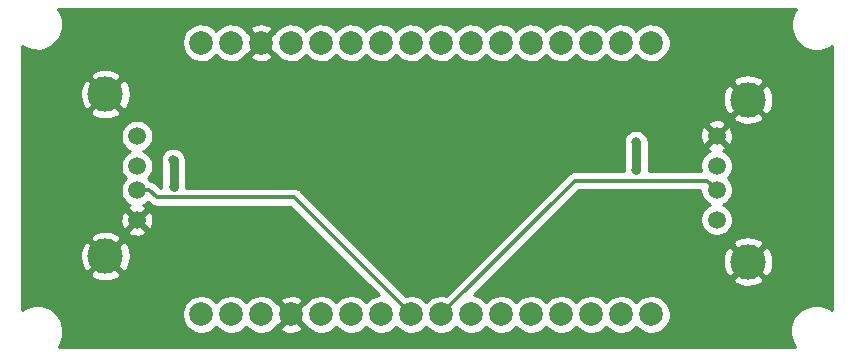
<source format=gbl>
%TF.GenerationSoftware,KiCad,Pcbnew,(2017-11-08 revision cd21218)-HEAD*%
%TF.CreationDate,2018-01-12T09:37:01+02:00*%
%TF.ProjectId,usb_shield,7573625F736869656C642E6B69636164,rev?*%
%TF.SameCoordinates,Original*%
%TF.FileFunction,Copper,L2,Bot,Signal*%
%TF.FilePolarity,Positive*%
%FSLAX46Y46*%
G04 Gerber Fmt 4.6, Leading zero omitted, Abs format (unit mm)*
G04 Created by KiCad (PCBNEW (2017-11-08 revision cd21218)-HEAD) date Fri Jan 12 09:37:01 2018*
%MOMM*%
%LPD*%
G01*
G04 APERTURE LIST*
%ADD10C,2.000000*%
%ADD11C,1.501140*%
%ADD12C,2.999740*%
%ADD13C,0.600000*%
%ADD14C,0.800000*%
%ADD15C,0.800000*%
%ADD16C,0.350000*%
%ADD17C,0.254000*%
G04 APERTURE END LIST*
D10*
X132702300Y-94437200D03*
X135242300Y-94437200D03*
X137782300Y-94437200D03*
X140322300Y-94437200D03*
X142862300Y-94437200D03*
X145402300Y-94437200D03*
X147942300Y-94437200D03*
X150482300Y-94437200D03*
X153022300Y-94437200D03*
X155562300Y-94437200D03*
X158102300Y-94437200D03*
X160642300Y-94437200D03*
X163182300Y-94437200D03*
X165722300Y-94437200D03*
X168262300Y-94437200D03*
X170802300Y-94437200D03*
X170802300Y-117437200D03*
X168262300Y-117437200D03*
X165722300Y-117437200D03*
X163182300Y-117437200D03*
X160642300Y-117437200D03*
X158102300Y-117437200D03*
X155562300Y-117437200D03*
X153022300Y-117437200D03*
X150482300Y-117437200D03*
X147942300Y-117437200D03*
X145402300Y-117437200D03*
X142862300Y-117437200D03*
X140322300Y-117437200D03*
X137782300Y-117437200D03*
X135242300Y-117437200D03*
X132702300Y-117437200D03*
D11*
X127252120Y-109452860D03*
X127252120Y-106912860D03*
X127252120Y-104880860D03*
X127252120Y-102340860D03*
D12*
X124585120Y-112500860D03*
X124585120Y-98784860D03*
D11*
X176327880Y-102297140D03*
X176327880Y-104837140D03*
X176327880Y-106869140D03*
X176327880Y-109409140D03*
D12*
X178994880Y-99249140D03*
X178994880Y-112965140D03*
D13*
X121467857Y-94212500D03*
X124007857Y-94212500D03*
X126547857Y-94212500D03*
X129087857Y-94212500D03*
X174807857Y-94212500D03*
X177347857Y-94212500D03*
X179887857Y-94212500D03*
X182427857Y-94212500D03*
X118927857Y-96752500D03*
X121467857Y-96752500D03*
X126547857Y-96752500D03*
X129087857Y-96752500D03*
X131627857Y-96752500D03*
X136707857Y-96752500D03*
X139247857Y-96752500D03*
X141787857Y-96752500D03*
X144327857Y-96752500D03*
X146867857Y-96752500D03*
X149407857Y-96752500D03*
X151947857Y-96752500D03*
X154487857Y-96752500D03*
X157027857Y-96752500D03*
X159567857Y-96752500D03*
X162107857Y-96752500D03*
X164647857Y-96752500D03*
X167187857Y-96752500D03*
X169727857Y-96752500D03*
X172267857Y-96752500D03*
X174807857Y-96752500D03*
X177347857Y-96752500D03*
X179887857Y-96752500D03*
X182427857Y-96752500D03*
X184967857Y-96752500D03*
X118927857Y-99292500D03*
X121467857Y-99292500D03*
X129087857Y-99292500D03*
X131627857Y-99292500D03*
X136707857Y-99292500D03*
X139247857Y-99292500D03*
X141787857Y-99292500D03*
X144327857Y-99292500D03*
X146867857Y-99292500D03*
X149407857Y-99292500D03*
X151947857Y-99292500D03*
X154487857Y-99292500D03*
X157027857Y-99292500D03*
X159567857Y-99292500D03*
X162107857Y-99292500D03*
X164647857Y-99292500D03*
X167187857Y-99292500D03*
X169727857Y-99292500D03*
X172267857Y-99292500D03*
X174807857Y-99292500D03*
X182427857Y-99292500D03*
X184967857Y-99292500D03*
X118927857Y-101832500D03*
X121467857Y-101832500D03*
X124007857Y-101832500D03*
X131627857Y-101832500D03*
X136707857Y-101832500D03*
X139247857Y-101832500D03*
X141787857Y-101832500D03*
X144327857Y-101832500D03*
X146867857Y-101832500D03*
X149407857Y-101832500D03*
X151947857Y-101832500D03*
X154487857Y-101832500D03*
X157027857Y-101832500D03*
X159567857Y-101832500D03*
X162107857Y-101832500D03*
X164647857Y-101832500D03*
X167187857Y-101832500D03*
X172267857Y-101832500D03*
X174807857Y-101832500D03*
X182427857Y-101832500D03*
X184967857Y-101832500D03*
X118927857Y-104372500D03*
X121467857Y-104372500D03*
X124007857Y-104372500D03*
X136707857Y-104372500D03*
X139247857Y-104372500D03*
X141787857Y-104372500D03*
X144327857Y-104372500D03*
X146867857Y-104372500D03*
X149407857Y-104372500D03*
X151947857Y-104372500D03*
X154487857Y-104372500D03*
X157027857Y-104372500D03*
X159567857Y-104372500D03*
X162107857Y-104372500D03*
X164647857Y-104372500D03*
X179887857Y-104372500D03*
X182427857Y-104372500D03*
X184967857Y-104372500D03*
X118927857Y-106912500D03*
X121467857Y-106912500D03*
X124007857Y-106912500D03*
X141787857Y-106912500D03*
X144327857Y-106912500D03*
X146867857Y-106912500D03*
X149407857Y-106912500D03*
X151947857Y-106912500D03*
X154487857Y-106912500D03*
X157027857Y-106912500D03*
X159567857Y-106912500D03*
X179887857Y-106912500D03*
X182427857Y-106912500D03*
X184967857Y-106912500D03*
X118927857Y-109452500D03*
X121467857Y-109452500D03*
X124007857Y-109452500D03*
X134167857Y-109452500D03*
X136707857Y-109452500D03*
X144327857Y-109452500D03*
X146867857Y-109452500D03*
X149407857Y-109452500D03*
X151947857Y-109452500D03*
X154487857Y-109452500D03*
X157027857Y-109452500D03*
X167187857Y-109452500D03*
X179887857Y-109452500D03*
X182427857Y-109452500D03*
X184967857Y-109452500D03*
X118927857Y-111992500D03*
X121467857Y-111992500D03*
X129087857Y-111992500D03*
X131627857Y-111992500D03*
X134167857Y-111992500D03*
X136707857Y-111992500D03*
X139247857Y-111992500D03*
X146867857Y-111992500D03*
X149407857Y-111992500D03*
X151947857Y-111992500D03*
X154487857Y-111992500D03*
X164647857Y-111992500D03*
X167187857Y-111992500D03*
X174807857Y-111992500D03*
X182427857Y-111992500D03*
X184967857Y-111992500D03*
X118927857Y-114532500D03*
X121467857Y-114532500D03*
X126547857Y-114532500D03*
X129087857Y-114532500D03*
X131627857Y-114532500D03*
X134167857Y-114532500D03*
X136707857Y-114532500D03*
X139247857Y-114532500D03*
X141787857Y-114532500D03*
X149407857Y-114532500D03*
X151947857Y-114532500D03*
X162107857Y-114532500D03*
X164647857Y-114532500D03*
X167187857Y-114532500D03*
X172267857Y-114532500D03*
X174807857Y-114532500D03*
X182427857Y-114532500D03*
X184967857Y-114532500D03*
X121467857Y-117072500D03*
X124007857Y-117072500D03*
X126547857Y-117072500D03*
X129087857Y-117072500D03*
X174807857Y-117072500D03*
X177347857Y-117072500D03*
X179887857Y-117072500D03*
X182427857Y-117072500D03*
X124007857Y-119612500D03*
X126547857Y-119612500D03*
X129087857Y-119612500D03*
X131627857Y-119612500D03*
X134167857Y-119612500D03*
X136707857Y-119612500D03*
X139247857Y-119612500D03*
X141787857Y-119612500D03*
X144327857Y-119612500D03*
X146867857Y-119612500D03*
X149407857Y-119612500D03*
X151947857Y-119612500D03*
X154487857Y-119612500D03*
X157027857Y-119612500D03*
X159567857Y-119612500D03*
X162107857Y-119612500D03*
X164647857Y-119612500D03*
X167187857Y-119612500D03*
X169727857Y-119612500D03*
X172267857Y-119612500D03*
X174807857Y-119612500D03*
X177347857Y-119612500D03*
X179887857Y-119612500D03*
X182427857Y-119612500D03*
D14*
X169499996Y-102850000D03*
X169549998Y-105200000D03*
X130300000Y-104349991D03*
X130350000Y-106650000D03*
D15*
X169549998Y-102900002D02*
X169499996Y-102850000D01*
X169549998Y-105200000D02*
X169549998Y-102900002D01*
X130350000Y-104399991D02*
X130300000Y-104349991D01*
X130350000Y-106650000D02*
X130350000Y-104399991D01*
D16*
X140570102Y-107525002D02*
X128925662Y-107525002D01*
X150482300Y-117437200D02*
X140570102Y-107525002D01*
X128925662Y-107525002D02*
X128310660Y-106910000D01*
X128310660Y-106910000D02*
X127250000Y-106910000D01*
X175560000Y-106100000D02*
X164359500Y-106100000D01*
X164359500Y-106100000D02*
X153022300Y-117437200D01*
X176330000Y-106870000D02*
X175560000Y-106100000D01*
D17*
G36*
X182881978Y-91818071D02*
X182709311Y-92220933D01*
X182618182Y-92649662D01*
X182612062Y-93087925D01*
X182691185Y-93519030D01*
X182852536Y-93926557D01*
X183089970Y-94294982D01*
X183394443Y-94610273D01*
X183754358Y-94860421D01*
X184156005Y-95035896D01*
X184584087Y-95130016D01*
X185022297Y-95139195D01*
X185453944Y-95063084D01*
X185862587Y-94904582D01*
X186140000Y-94728530D01*
X186140000Y-117057829D01*
X185868164Y-116874473D01*
X185464105Y-116704622D01*
X185034751Y-116616489D01*
X184596456Y-116613429D01*
X184165914Y-116695559D01*
X183759523Y-116859752D01*
X183392764Y-117099752D01*
X183079607Y-117406419D01*
X182831978Y-117768071D01*
X182659311Y-118170933D01*
X182568182Y-118599662D01*
X182562062Y-119037925D01*
X182641185Y-119469030D01*
X182802536Y-119876557D01*
X183004536Y-120190000D01*
X120625255Y-120190000D01*
X120752724Y-120009302D01*
X120930999Y-119608889D01*
X121028105Y-119181475D01*
X121035096Y-118680847D01*
X120949962Y-118250888D01*
X120782936Y-117845654D01*
X120602898Y-117574675D01*
X131065151Y-117574675D01*
X131123033Y-117890048D01*
X131241068Y-118188171D01*
X131414761Y-118457691D01*
X131637497Y-118688340D01*
X131900790Y-118871333D01*
X132194613Y-118999701D01*
X132507773Y-119068554D01*
X132828343Y-119075269D01*
X133144111Y-119019590D01*
X133443052Y-118903639D01*
X133713777Y-118731832D01*
X133945976Y-118510712D01*
X133971298Y-118474816D01*
X134177497Y-118688340D01*
X134440790Y-118871333D01*
X134734613Y-118999701D01*
X135047773Y-119068554D01*
X135368343Y-119075269D01*
X135684111Y-119019590D01*
X135983052Y-118903639D01*
X136253777Y-118731832D01*
X136485976Y-118510712D01*
X136511298Y-118474816D01*
X136717497Y-118688340D01*
X136980790Y-118871333D01*
X137274613Y-118999701D01*
X137587773Y-119068554D01*
X137908343Y-119075269D01*
X138224111Y-119019590D01*
X138523052Y-118903639D01*
X138793777Y-118731832D01*
X138960973Y-118572613D01*
X139366492Y-118572613D01*
X139462256Y-118837014D01*
X139751871Y-118977904D01*
X140063408Y-119059584D01*
X140384895Y-119078918D01*
X140703975Y-119035161D01*
X141008388Y-118929995D01*
X141182344Y-118837014D01*
X141278108Y-118572613D01*
X140322300Y-117616805D01*
X139366492Y-118572613D01*
X138960973Y-118572613D01*
X139025976Y-118510712D01*
X139124856Y-118370541D01*
X139186887Y-118393008D01*
X140142695Y-117437200D01*
X139186887Y-116481392D01*
X139125169Y-116503746D01*
X139055465Y-116398832D01*
X138959096Y-116301787D01*
X139366492Y-116301787D01*
X140322300Y-117257595D01*
X141278108Y-116301787D01*
X141182344Y-116037386D01*
X140892729Y-115896496D01*
X140581192Y-115814816D01*
X140259705Y-115795482D01*
X139940625Y-115839239D01*
X139636212Y-115944405D01*
X139462256Y-116037386D01*
X139366492Y-116301787D01*
X138959096Y-116301787D01*
X138829531Y-116171315D01*
X138563708Y-115992016D01*
X138268122Y-115867763D01*
X137954031Y-115803289D01*
X137633399Y-115801051D01*
X137318438Y-115861133D01*
X137021146Y-115981246D01*
X136752846Y-116156817D01*
X136523757Y-116381157D01*
X136513210Y-116396561D01*
X136289531Y-116171315D01*
X136023708Y-115992016D01*
X135728122Y-115867763D01*
X135414031Y-115803289D01*
X135093399Y-115801051D01*
X134778438Y-115861133D01*
X134481146Y-115981246D01*
X134212846Y-116156817D01*
X133983757Y-116381157D01*
X133973210Y-116396561D01*
X133749531Y-116171315D01*
X133483708Y-115992016D01*
X133188122Y-115867763D01*
X132874031Y-115803289D01*
X132553399Y-115801051D01*
X132238438Y-115861133D01*
X131941146Y-115981246D01*
X131672846Y-116156817D01*
X131443757Y-116381157D01*
X131262606Y-116645722D01*
X131136293Y-116940433D01*
X131069628Y-117254066D01*
X131065151Y-117574675D01*
X120602898Y-117574675D01*
X120540381Y-117480580D01*
X120231536Y-117169571D01*
X119868164Y-116924473D01*
X119464105Y-116754622D01*
X119034751Y-116666489D01*
X118596456Y-116663429D01*
X118165914Y-116745559D01*
X117759523Y-116909752D01*
X117510000Y-117073035D01*
X117510000Y-113992421D01*
X123273164Y-113992421D01*
X123429160Y-114307968D01*
X123803920Y-114498761D01*
X124208702Y-114612777D01*
X124627949Y-114645632D01*
X125045551Y-114596065D01*
X125445459Y-114465981D01*
X125741080Y-114307968D01*
X125897076Y-113992421D01*
X124585120Y-112680465D01*
X123273164Y-113992421D01*
X117510000Y-113992421D01*
X117510000Y-112543689D01*
X122440348Y-112543689D01*
X122489915Y-112961291D01*
X122619999Y-113361199D01*
X122778012Y-113656820D01*
X123093559Y-113812816D01*
X124405515Y-112500860D01*
X124764725Y-112500860D01*
X126076681Y-113812816D01*
X126392228Y-113656820D01*
X126583021Y-113282060D01*
X126697037Y-112877278D01*
X126729892Y-112458031D01*
X126680325Y-112040429D01*
X126550241Y-111640521D01*
X126392228Y-111344900D01*
X126076681Y-111188904D01*
X124764725Y-112500860D01*
X124405515Y-112500860D01*
X123093559Y-111188904D01*
X122778012Y-111344900D01*
X122587219Y-111719660D01*
X122473203Y-112124442D01*
X122440348Y-112543689D01*
X117510000Y-112543689D01*
X117510000Y-111009299D01*
X123273164Y-111009299D01*
X124585120Y-112321255D01*
X125897076Y-111009299D01*
X125741080Y-110693752D01*
X125366320Y-110502959D01*
X125037222Y-110410261D01*
X126474324Y-110410261D01*
X126539919Y-110649186D01*
X126786995Y-110765143D01*
X127051947Y-110830669D01*
X127324590Y-110843247D01*
X127594449Y-110802393D01*
X127851152Y-110709677D01*
X127964321Y-110649186D01*
X128029916Y-110410261D01*
X127252120Y-109632465D01*
X126474324Y-110410261D01*
X125037222Y-110410261D01*
X124961538Y-110388943D01*
X124542291Y-110356088D01*
X124124689Y-110405655D01*
X123724781Y-110535739D01*
X123429160Y-110693752D01*
X123273164Y-111009299D01*
X117510000Y-111009299D01*
X117510000Y-109525330D01*
X125861733Y-109525330D01*
X125902587Y-109795189D01*
X125995303Y-110051892D01*
X126055794Y-110165061D01*
X126294719Y-110230656D01*
X127072515Y-109452860D01*
X127431725Y-109452860D01*
X128209521Y-110230656D01*
X128448446Y-110165061D01*
X128564403Y-109917985D01*
X128629929Y-109653033D01*
X128642507Y-109380390D01*
X128601653Y-109110531D01*
X128508937Y-108853828D01*
X128448446Y-108740659D01*
X128209521Y-108675064D01*
X127431725Y-109452860D01*
X127072515Y-109452860D01*
X126294719Y-108675064D01*
X126055794Y-108740659D01*
X125939837Y-108987735D01*
X125874311Y-109252687D01*
X125861733Y-109525330D01*
X117510000Y-109525330D01*
X117510000Y-102457362D01*
X125864729Y-102457362D01*
X125913780Y-102724623D01*
X126013809Y-102977266D01*
X126161004Y-103205668D01*
X126349760Y-103401130D01*
X126572886Y-103556207D01*
X126697313Y-103610567D01*
X126607085Y-103647022D01*
X126379716Y-103795808D01*
X126185576Y-103985924D01*
X126032061Y-104210127D01*
X125925017Y-104459878D01*
X125868523Y-104725665D01*
X125864729Y-104997362D01*
X125913780Y-105264623D01*
X126013809Y-105517266D01*
X126161004Y-105745668D01*
X126308075Y-105897964D01*
X126185576Y-106017924D01*
X126032061Y-106242127D01*
X125925017Y-106491878D01*
X125868523Y-106757665D01*
X125864729Y-107029362D01*
X125913780Y-107296623D01*
X126013809Y-107549266D01*
X126161004Y-107777668D01*
X126349760Y-107973130D01*
X126572886Y-108128207D01*
X126694183Y-108181200D01*
X126653088Y-108196043D01*
X126539919Y-108256534D01*
X126474324Y-108495459D01*
X127252120Y-109273255D01*
X128029916Y-108495459D01*
X127964321Y-108256534D01*
X127808337Y-108183328D01*
X127879865Y-108155584D01*
X128109289Y-108009987D01*
X128189116Y-107933969D01*
X128352905Y-108097758D01*
X128410758Y-108145279D01*
X128468039Y-108193344D01*
X128471767Y-108195394D01*
X128475062Y-108198100D01*
X128541010Y-108233461D01*
X128606569Y-108269502D01*
X128610632Y-108270791D01*
X128614383Y-108272802D01*
X128685870Y-108294658D01*
X128757254Y-108317302D01*
X128761491Y-108317777D01*
X128765559Y-108319021D01*
X128839950Y-108326578D01*
X128914353Y-108334923D01*
X128922679Y-108334981D01*
X128922835Y-108334997D01*
X128922980Y-108334983D01*
X128925662Y-108335002D01*
X140234590Y-108335002D01*
X147715499Y-115815911D01*
X147478438Y-115861133D01*
X147181146Y-115981246D01*
X146912846Y-116156817D01*
X146683757Y-116381157D01*
X146673210Y-116396561D01*
X146449531Y-116171315D01*
X146183708Y-115992016D01*
X145888122Y-115867763D01*
X145574031Y-115803289D01*
X145253399Y-115801051D01*
X144938438Y-115861133D01*
X144641146Y-115981246D01*
X144372846Y-116156817D01*
X144143757Y-116381157D01*
X144133210Y-116396561D01*
X143909531Y-116171315D01*
X143643708Y-115992016D01*
X143348122Y-115867763D01*
X143034031Y-115803289D01*
X142713399Y-115801051D01*
X142398438Y-115861133D01*
X142101146Y-115981246D01*
X141832846Y-116156817D01*
X141603757Y-116381157D01*
X141519742Y-116503858D01*
X141457713Y-116481392D01*
X140501905Y-117437200D01*
X141457713Y-118393008D01*
X141518814Y-118370878D01*
X141574761Y-118457691D01*
X141797497Y-118688340D01*
X142060790Y-118871333D01*
X142354613Y-118999701D01*
X142667773Y-119068554D01*
X142988343Y-119075269D01*
X143304111Y-119019590D01*
X143603052Y-118903639D01*
X143873777Y-118731832D01*
X144105976Y-118510712D01*
X144131298Y-118474816D01*
X144337497Y-118688340D01*
X144600790Y-118871333D01*
X144894613Y-118999701D01*
X145207773Y-119068554D01*
X145528343Y-119075269D01*
X145844111Y-119019590D01*
X146143052Y-118903639D01*
X146413777Y-118731832D01*
X146645976Y-118510712D01*
X146671298Y-118474816D01*
X146877497Y-118688340D01*
X147140790Y-118871333D01*
X147434613Y-118999701D01*
X147747773Y-119068554D01*
X148068343Y-119075269D01*
X148384111Y-119019590D01*
X148683052Y-118903639D01*
X148953777Y-118731832D01*
X149185976Y-118510712D01*
X149211298Y-118474816D01*
X149417497Y-118688340D01*
X149680790Y-118871333D01*
X149974613Y-118999701D01*
X150287773Y-119068554D01*
X150608343Y-119075269D01*
X150924111Y-119019590D01*
X151223052Y-118903639D01*
X151493777Y-118731832D01*
X151725976Y-118510712D01*
X151751298Y-118474816D01*
X151957497Y-118688340D01*
X152220790Y-118871333D01*
X152514613Y-118999701D01*
X152827773Y-119068554D01*
X153148343Y-119075269D01*
X153464111Y-119019590D01*
X153763052Y-118903639D01*
X154033777Y-118731832D01*
X154265976Y-118510712D01*
X154291298Y-118474816D01*
X154497497Y-118688340D01*
X154760790Y-118871333D01*
X155054613Y-118999701D01*
X155367773Y-119068554D01*
X155688343Y-119075269D01*
X156004111Y-119019590D01*
X156303052Y-118903639D01*
X156573777Y-118731832D01*
X156805976Y-118510712D01*
X156831298Y-118474816D01*
X157037497Y-118688340D01*
X157300790Y-118871333D01*
X157594613Y-118999701D01*
X157907773Y-119068554D01*
X158228343Y-119075269D01*
X158544111Y-119019590D01*
X158843052Y-118903639D01*
X159113777Y-118731832D01*
X159345976Y-118510712D01*
X159371298Y-118474816D01*
X159577497Y-118688340D01*
X159840790Y-118871333D01*
X160134613Y-118999701D01*
X160447773Y-119068554D01*
X160768343Y-119075269D01*
X161084111Y-119019590D01*
X161383052Y-118903639D01*
X161653777Y-118731832D01*
X161885976Y-118510712D01*
X161911298Y-118474816D01*
X162117497Y-118688340D01*
X162380790Y-118871333D01*
X162674613Y-118999701D01*
X162987773Y-119068554D01*
X163308343Y-119075269D01*
X163624111Y-119019590D01*
X163923052Y-118903639D01*
X164193777Y-118731832D01*
X164425976Y-118510712D01*
X164451298Y-118474816D01*
X164657497Y-118688340D01*
X164920790Y-118871333D01*
X165214613Y-118999701D01*
X165527773Y-119068554D01*
X165848343Y-119075269D01*
X166164111Y-119019590D01*
X166463052Y-118903639D01*
X166733777Y-118731832D01*
X166965976Y-118510712D01*
X166991298Y-118474816D01*
X167197497Y-118688340D01*
X167460790Y-118871333D01*
X167754613Y-118999701D01*
X168067773Y-119068554D01*
X168388343Y-119075269D01*
X168704111Y-119019590D01*
X169003052Y-118903639D01*
X169273777Y-118731832D01*
X169505976Y-118510712D01*
X169531298Y-118474816D01*
X169737497Y-118688340D01*
X170000790Y-118871333D01*
X170294613Y-118999701D01*
X170607773Y-119068554D01*
X170928343Y-119075269D01*
X171244111Y-119019590D01*
X171543052Y-118903639D01*
X171813777Y-118731832D01*
X172045976Y-118510712D01*
X172230803Y-118248703D01*
X172361219Y-117955783D01*
X172432256Y-117643111D01*
X172437370Y-117276880D01*
X172375091Y-116962346D01*
X172252904Y-116665900D01*
X172075465Y-116398832D01*
X171849531Y-116171315D01*
X171583708Y-115992016D01*
X171288122Y-115867763D01*
X170974031Y-115803289D01*
X170653399Y-115801051D01*
X170338438Y-115861133D01*
X170041146Y-115981246D01*
X169772846Y-116156817D01*
X169543757Y-116381157D01*
X169533210Y-116396561D01*
X169309531Y-116171315D01*
X169043708Y-115992016D01*
X168748122Y-115867763D01*
X168434031Y-115803289D01*
X168113399Y-115801051D01*
X167798438Y-115861133D01*
X167501146Y-115981246D01*
X167232846Y-116156817D01*
X167003757Y-116381157D01*
X166993210Y-116396561D01*
X166769531Y-116171315D01*
X166503708Y-115992016D01*
X166208122Y-115867763D01*
X165894031Y-115803289D01*
X165573399Y-115801051D01*
X165258438Y-115861133D01*
X164961146Y-115981246D01*
X164692846Y-116156817D01*
X164463757Y-116381157D01*
X164453210Y-116396561D01*
X164229531Y-116171315D01*
X163963708Y-115992016D01*
X163668122Y-115867763D01*
X163354031Y-115803289D01*
X163033399Y-115801051D01*
X162718438Y-115861133D01*
X162421146Y-115981246D01*
X162152846Y-116156817D01*
X161923757Y-116381157D01*
X161913210Y-116396561D01*
X161689531Y-116171315D01*
X161423708Y-115992016D01*
X161128122Y-115867763D01*
X160814031Y-115803289D01*
X160493399Y-115801051D01*
X160178438Y-115861133D01*
X159881146Y-115981246D01*
X159612846Y-116156817D01*
X159383757Y-116381157D01*
X159373210Y-116396561D01*
X159149531Y-116171315D01*
X158883708Y-115992016D01*
X158588122Y-115867763D01*
X158274031Y-115803289D01*
X157953399Y-115801051D01*
X157638438Y-115861133D01*
X157341146Y-115981246D01*
X157072846Y-116156817D01*
X156843757Y-116381157D01*
X156833210Y-116396561D01*
X156609531Y-116171315D01*
X156343708Y-115992016D01*
X156048122Y-115867763D01*
X155790194Y-115814818D01*
X157148311Y-114456701D01*
X177682924Y-114456701D01*
X177838920Y-114772248D01*
X178213680Y-114963041D01*
X178618462Y-115077057D01*
X179037709Y-115109912D01*
X179455311Y-115060345D01*
X179855219Y-114930261D01*
X180150840Y-114772248D01*
X180306836Y-114456701D01*
X178994880Y-113144745D01*
X177682924Y-114456701D01*
X157148311Y-114456701D01*
X158597043Y-113007969D01*
X176850108Y-113007969D01*
X176899675Y-113425571D01*
X177029759Y-113825479D01*
X177187772Y-114121100D01*
X177503319Y-114277096D01*
X178815275Y-112965140D01*
X179174485Y-112965140D01*
X180486441Y-114277096D01*
X180801988Y-114121100D01*
X180992781Y-113746340D01*
X181106797Y-113341558D01*
X181139652Y-112922311D01*
X181090085Y-112504709D01*
X180960001Y-112104801D01*
X180801988Y-111809180D01*
X180486441Y-111653184D01*
X179174485Y-112965140D01*
X178815275Y-112965140D01*
X177503319Y-111653184D01*
X177187772Y-111809180D01*
X176996979Y-112183940D01*
X176882963Y-112588722D01*
X176850108Y-113007969D01*
X158597043Y-113007969D01*
X160131433Y-111473579D01*
X177682924Y-111473579D01*
X178994880Y-112785535D01*
X180306836Y-111473579D01*
X180150840Y-111158032D01*
X179776080Y-110967239D01*
X179371298Y-110853223D01*
X178952051Y-110820368D01*
X178534449Y-110869935D01*
X178134541Y-111000019D01*
X177838920Y-111158032D01*
X177682924Y-111473579D01*
X160131433Y-111473579D01*
X164695012Y-106910000D01*
X174941545Y-106910000D01*
X174940489Y-106985642D01*
X174989540Y-107252903D01*
X175089569Y-107505546D01*
X175236764Y-107733948D01*
X175425520Y-107929410D01*
X175648646Y-108084487D01*
X175773073Y-108138847D01*
X175682845Y-108175302D01*
X175455476Y-108324088D01*
X175261336Y-108514204D01*
X175107821Y-108738407D01*
X175000777Y-108988158D01*
X174944283Y-109253945D01*
X174940489Y-109525642D01*
X174989540Y-109792903D01*
X175089569Y-110045546D01*
X175236764Y-110273948D01*
X175425520Y-110469410D01*
X175648646Y-110624487D01*
X175897644Y-110733271D01*
X176163029Y-110791620D01*
X176434694Y-110797311D01*
X176702290Y-110750126D01*
X176955625Y-110651864D01*
X177185049Y-110506267D01*
X177381825Y-110318881D01*
X177538455Y-110096842D01*
X177648975Y-109848610D01*
X177709176Y-109583638D01*
X177713509Y-109273278D01*
X177660731Y-109006729D01*
X177557185Y-108755507D01*
X177406815Y-108529182D01*
X177215349Y-108336374D01*
X176990079Y-108184428D01*
X176883764Y-108139737D01*
X176955625Y-108111864D01*
X177185049Y-107966267D01*
X177381825Y-107778881D01*
X177538455Y-107556842D01*
X177648975Y-107308610D01*
X177709176Y-107043638D01*
X177713509Y-106733278D01*
X177660731Y-106466729D01*
X177557185Y-106215507D01*
X177406815Y-105989182D01*
X177271001Y-105852416D01*
X177381825Y-105746881D01*
X177538455Y-105524842D01*
X177648975Y-105276610D01*
X177709176Y-105011638D01*
X177713509Y-104701278D01*
X177660731Y-104434729D01*
X177557185Y-104183507D01*
X177406815Y-103957182D01*
X177215349Y-103764374D01*
X176990079Y-103612428D01*
X176886072Y-103568708D01*
X176926912Y-103553957D01*
X177040081Y-103493466D01*
X177105676Y-103254541D01*
X176327880Y-102476745D01*
X175550084Y-103254541D01*
X175615679Y-103493466D01*
X175772516Y-103567072D01*
X175682845Y-103603302D01*
X175455476Y-103752088D01*
X175261336Y-103942204D01*
X175107821Y-104166407D01*
X175000777Y-104416158D01*
X174944283Y-104681945D01*
X174940489Y-104953642D01*
X174989540Y-105220903D01*
X175016898Y-105290000D01*
X170582368Y-105290000D01*
X170583214Y-105229458D01*
X170584897Y-105214451D01*
X170584998Y-105200000D01*
X170584998Y-105101664D01*
X170585042Y-105098513D01*
X170584998Y-105098291D01*
X170584998Y-102900002D01*
X170575670Y-102804861D01*
X170567336Y-102709613D01*
X170565818Y-102704390D01*
X170565287Y-102698969D01*
X170537644Y-102607411D01*
X170510981Y-102515637D01*
X170508476Y-102510805D01*
X170506903Y-102505594D01*
X170462044Y-102421227D01*
X170435289Y-102369610D01*
X174937493Y-102369610D01*
X174978347Y-102639469D01*
X175071063Y-102896172D01*
X175131554Y-103009341D01*
X175370479Y-103074936D01*
X176148275Y-102297140D01*
X176507485Y-102297140D01*
X177285281Y-103074936D01*
X177524206Y-103009341D01*
X177640163Y-102762265D01*
X177705689Y-102497313D01*
X177718267Y-102224670D01*
X177677413Y-101954811D01*
X177584697Y-101698108D01*
X177524206Y-101584939D01*
X177285281Y-101519344D01*
X176507485Y-102297140D01*
X176148275Y-102297140D01*
X175370479Y-101519344D01*
X175131554Y-101584939D01*
X175015597Y-101832015D01*
X174950071Y-102096967D01*
X174937493Y-102369610D01*
X170435289Y-102369610D01*
X170418023Y-102336301D01*
X170414624Y-102332043D01*
X170412071Y-102327242D01*
X170351674Y-102253188D01*
X170318695Y-102211876D01*
X170305944Y-102192684D01*
X170292841Y-102179489D01*
X170292001Y-102178437D01*
X170284531Y-102170862D01*
X170284404Y-102170706D01*
X170284260Y-102170587D01*
X170281854Y-102168147D01*
X170242027Y-102128319D01*
X170162922Y-102048660D01*
X169994649Y-101935158D01*
X169807535Y-101856503D01*
X169608706Y-101815689D01*
X169405737Y-101814272D01*
X169206359Y-101852306D01*
X169018164Y-101928341D01*
X168848323Y-102039482D01*
X168703304Y-102181496D01*
X168588630Y-102348972D01*
X168508670Y-102535533D01*
X168466469Y-102734071D01*
X168463635Y-102937026D01*
X168500276Y-103136665D01*
X168514998Y-103173848D01*
X168514998Y-105189559D01*
X168513637Y-105287026D01*
X168514183Y-105290000D01*
X164359500Y-105290000D01*
X164284965Y-105297308D01*
X164210499Y-105303823D01*
X164206413Y-105305010D01*
X164202170Y-105305426D01*
X164130538Y-105327053D01*
X164058692Y-105347926D01*
X164054907Y-105349888D01*
X164050833Y-105351118D01*
X163984811Y-105386223D01*
X163918342Y-105420677D01*
X163915012Y-105423335D01*
X163911253Y-105425334D01*
X163853275Y-105472620D01*
X163794796Y-105519303D01*
X163788873Y-105525145D01*
X163788746Y-105525248D01*
X163788649Y-105525365D01*
X163786744Y-105527244D01*
X153456767Y-115857221D01*
X153194031Y-115803289D01*
X152873399Y-115801051D01*
X152558438Y-115861133D01*
X152261146Y-115981246D01*
X151992846Y-116156817D01*
X151763757Y-116381157D01*
X151753210Y-116396561D01*
X151529531Y-116171315D01*
X151263708Y-115992016D01*
X150968122Y-115867763D01*
X150654031Y-115803289D01*
X150333399Y-115801051D01*
X150046410Y-115855797D01*
X141142858Y-106952246D01*
X141085031Y-106904745D01*
X141027725Y-106856660D01*
X141023997Y-106854610D01*
X141020702Y-106851904D01*
X140954754Y-106816543D01*
X140889195Y-106780502D01*
X140885132Y-106779213D01*
X140881381Y-106777202D01*
X140809907Y-106755350D01*
X140738510Y-106732702D01*
X140734272Y-106732227D01*
X140730204Y-106730983D01*
X140655819Y-106723427D01*
X140581411Y-106715081D01*
X140573085Y-106715023D01*
X140572929Y-106715007D01*
X140572784Y-106715021D01*
X140570102Y-106715002D01*
X131382719Y-106715002D01*
X131383216Y-106679458D01*
X131384899Y-106664451D01*
X131385000Y-106650000D01*
X131385000Y-106551664D01*
X131385044Y-106548513D01*
X131385000Y-106548291D01*
X131385000Y-104399991D01*
X131375672Y-104304850D01*
X131367338Y-104209602D01*
X131365820Y-104204379D01*
X131365289Y-104198958D01*
X131337646Y-104107400D01*
X131310983Y-104015626D01*
X131308478Y-104010794D01*
X131306905Y-104005583D01*
X131262046Y-103921216D01*
X131218025Y-103836290D01*
X131214626Y-103832032D01*
X131212073Y-103827231D01*
X131151676Y-103753177D01*
X131118701Y-103711870D01*
X131105948Y-103692675D01*
X131092843Y-103679478D01*
X131092003Y-103678426D01*
X131084533Y-103670851D01*
X131084406Y-103670695D01*
X131084262Y-103670576D01*
X131081856Y-103668136D01*
X131042031Y-103628310D01*
X130962926Y-103548651D01*
X130794653Y-103435149D01*
X130607539Y-103356494D01*
X130408710Y-103315680D01*
X130205741Y-103314263D01*
X130006363Y-103352297D01*
X129818168Y-103428332D01*
X129648327Y-103539473D01*
X129503308Y-103681487D01*
X129388634Y-103848963D01*
X129308674Y-104035524D01*
X129266473Y-104234062D01*
X129263639Y-104437017D01*
X129300280Y-104636656D01*
X129315000Y-104673834D01*
X129315000Y-106639559D01*
X129313947Y-106715002D01*
X129261175Y-106715002D01*
X128883416Y-106337244D01*
X128825589Y-106289743D01*
X128768283Y-106241658D01*
X128764555Y-106239608D01*
X128761260Y-106236902D01*
X128695312Y-106201541D01*
X128629753Y-106165500D01*
X128625690Y-106164211D01*
X128621939Y-106162200D01*
X128550465Y-106140348D01*
X128479068Y-106117700D01*
X128474830Y-106117225D01*
X128470762Y-106115981D01*
X128396377Y-106108425D01*
X128380013Y-106106589D01*
X128331055Y-106032902D01*
X128195241Y-105896136D01*
X128306065Y-105790601D01*
X128462695Y-105568562D01*
X128573215Y-105320330D01*
X128633416Y-105055358D01*
X128637749Y-104744998D01*
X128584971Y-104478449D01*
X128481425Y-104227227D01*
X128331055Y-104000902D01*
X128139589Y-103808094D01*
X127914319Y-103656148D01*
X127808004Y-103611457D01*
X127879865Y-103583584D01*
X128109289Y-103437987D01*
X128306065Y-103250601D01*
X128462695Y-103028562D01*
X128573215Y-102780330D01*
X128633416Y-102515358D01*
X128637749Y-102204998D01*
X128584971Y-101938449D01*
X128481425Y-101687227D01*
X128331055Y-101460902D01*
X128210736Y-101339739D01*
X175550084Y-101339739D01*
X176327880Y-102117535D01*
X177105676Y-101339739D01*
X177040081Y-101100814D01*
X176793005Y-100984857D01*
X176528053Y-100919331D01*
X176255410Y-100906753D01*
X175985551Y-100947607D01*
X175728848Y-101040323D01*
X175615679Y-101100814D01*
X175550084Y-101339739D01*
X128210736Y-101339739D01*
X128139589Y-101268094D01*
X127914319Y-101116148D01*
X127663827Y-101010851D01*
X127397652Y-100956213D01*
X127125935Y-100954316D01*
X126859023Y-101005232D01*
X126607085Y-101107022D01*
X126379716Y-101255808D01*
X126185576Y-101445924D01*
X126032061Y-101670127D01*
X125925017Y-101919878D01*
X125868523Y-102185665D01*
X125864729Y-102457362D01*
X117510000Y-102457362D01*
X117510000Y-100276421D01*
X123273164Y-100276421D01*
X123429160Y-100591968D01*
X123803920Y-100782761D01*
X124208702Y-100896777D01*
X124627949Y-100929632D01*
X125045551Y-100880065D01*
X125445459Y-100749981D01*
X125462820Y-100740701D01*
X177682924Y-100740701D01*
X177838920Y-101056248D01*
X178213680Y-101247041D01*
X178618462Y-101361057D01*
X179037709Y-101393912D01*
X179455311Y-101344345D01*
X179855219Y-101214261D01*
X180150840Y-101056248D01*
X180306836Y-100740701D01*
X178994880Y-99428745D01*
X177682924Y-100740701D01*
X125462820Y-100740701D01*
X125741080Y-100591968D01*
X125897076Y-100276421D01*
X124585120Y-98964465D01*
X123273164Y-100276421D01*
X117510000Y-100276421D01*
X117510000Y-98827689D01*
X122440348Y-98827689D01*
X122489915Y-99245291D01*
X122619999Y-99645199D01*
X122778012Y-99940820D01*
X123093559Y-100096816D01*
X124405515Y-98784860D01*
X124764725Y-98784860D01*
X126076681Y-100096816D01*
X126392228Y-99940820D01*
X126583021Y-99566060D01*
X126660224Y-99291969D01*
X176850108Y-99291969D01*
X176899675Y-99709571D01*
X177029759Y-100109479D01*
X177187772Y-100405100D01*
X177503319Y-100561096D01*
X178815275Y-99249140D01*
X179174485Y-99249140D01*
X180486441Y-100561096D01*
X180801988Y-100405100D01*
X180992781Y-100030340D01*
X181106797Y-99625558D01*
X181139652Y-99206311D01*
X181090085Y-98788709D01*
X180960001Y-98388801D01*
X180801988Y-98093180D01*
X180486441Y-97937184D01*
X179174485Y-99249140D01*
X178815275Y-99249140D01*
X177503319Y-97937184D01*
X177187772Y-98093180D01*
X176996979Y-98467940D01*
X176882963Y-98872722D01*
X176850108Y-99291969D01*
X126660224Y-99291969D01*
X126697037Y-99161278D01*
X126729892Y-98742031D01*
X126680325Y-98324429D01*
X126550241Y-97924521D01*
X126461009Y-97757579D01*
X177682924Y-97757579D01*
X178994880Y-99069535D01*
X180306836Y-97757579D01*
X180150840Y-97442032D01*
X179776080Y-97251239D01*
X179371298Y-97137223D01*
X178952051Y-97104368D01*
X178534449Y-97153935D01*
X178134541Y-97284019D01*
X177838920Y-97442032D01*
X177682924Y-97757579D01*
X126461009Y-97757579D01*
X126392228Y-97628900D01*
X126076681Y-97472904D01*
X124764725Y-98784860D01*
X124405515Y-98784860D01*
X123093559Y-97472904D01*
X122778012Y-97628900D01*
X122587219Y-98003660D01*
X122473203Y-98408442D01*
X122440348Y-98827689D01*
X117510000Y-98827689D01*
X117510000Y-97293299D01*
X123273164Y-97293299D01*
X124585120Y-98605255D01*
X125897076Y-97293299D01*
X125741080Y-96977752D01*
X125366320Y-96786959D01*
X124961538Y-96672943D01*
X124542291Y-96640088D01*
X124124689Y-96689655D01*
X123724781Y-96819739D01*
X123429160Y-96977752D01*
X123273164Y-97293299D01*
X117510000Y-97293299D01*
X117510000Y-94710089D01*
X117654358Y-94810421D01*
X118056005Y-94985896D01*
X118484087Y-95080016D01*
X118922297Y-95089195D01*
X119353944Y-95013084D01*
X119762587Y-94854582D01*
X120132661Y-94619726D01*
X120179969Y-94574675D01*
X131065151Y-94574675D01*
X131123033Y-94890048D01*
X131241068Y-95188171D01*
X131414761Y-95457691D01*
X131637497Y-95688340D01*
X131900790Y-95871333D01*
X132194613Y-95999701D01*
X132507773Y-96068554D01*
X132828343Y-96075269D01*
X133144111Y-96019590D01*
X133443052Y-95903639D01*
X133713777Y-95731832D01*
X133945976Y-95510712D01*
X133971298Y-95474816D01*
X134177497Y-95688340D01*
X134440790Y-95871333D01*
X134734613Y-95999701D01*
X135047773Y-96068554D01*
X135368343Y-96075269D01*
X135684111Y-96019590D01*
X135983052Y-95903639D01*
X136253777Y-95731832D01*
X136420973Y-95572613D01*
X136826492Y-95572613D01*
X136922256Y-95837014D01*
X137211871Y-95977904D01*
X137523408Y-96059584D01*
X137844895Y-96078918D01*
X138163975Y-96035161D01*
X138468388Y-95929995D01*
X138642344Y-95837014D01*
X138738108Y-95572613D01*
X137782300Y-94616805D01*
X136826492Y-95572613D01*
X136420973Y-95572613D01*
X136485976Y-95510712D01*
X136584856Y-95370541D01*
X136646887Y-95393008D01*
X137602695Y-94437200D01*
X137961905Y-94437200D01*
X138917713Y-95393008D01*
X138978814Y-95370878D01*
X139034761Y-95457691D01*
X139257497Y-95688340D01*
X139520790Y-95871333D01*
X139814613Y-95999701D01*
X140127773Y-96068554D01*
X140448343Y-96075269D01*
X140764111Y-96019590D01*
X141063052Y-95903639D01*
X141333777Y-95731832D01*
X141565976Y-95510712D01*
X141591298Y-95474816D01*
X141797497Y-95688340D01*
X142060790Y-95871333D01*
X142354613Y-95999701D01*
X142667773Y-96068554D01*
X142988343Y-96075269D01*
X143304111Y-96019590D01*
X143603052Y-95903639D01*
X143873777Y-95731832D01*
X144105976Y-95510712D01*
X144131298Y-95474816D01*
X144337497Y-95688340D01*
X144600790Y-95871333D01*
X144894613Y-95999701D01*
X145207773Y-96068554D01*
X145528343Y-96075269D01*
X145844111Y-96019590D01*
X146143052Y-95903639D01*
X146413777Y-95731832D01*
X146645976Y-95510712D01*
X146671298Y-95474816D01*
X146877497Y-95688340D01*
X147140790Y-95871333D01*
X147434613Y-95999701D01*
X147747773Y-96068554D01*
X148068343Y-96075269D01*
X148384111Y-96019590D01*
X148683052Y-95903639D01*
X148953777Y-95731832D01*
X149185976Y-95510712D01*
X149211298Y-95474816D01*
X149417497Y-95688340D01*
X149680790Y-95871333D01*
X149974613Y-95999701D01*
X150287773Y-96068554D01*
X150608343Y-96075269D01*
X150924111Y-96019590D01*
X151223052Y-95903639D01*
X151493777Y-95731832D01*
X151725976Y-95510712D01*
X151751298Y-95474816D01*
X151957497Y-95688340D01*
X152220790Y-95871333D01*
X152514613Y-95999701D01*
X152827773Y-96068554D01*
X153148343Y-96075269D01*
X153464111Y-96019590D01*
X153763052Y-95903639D01*
X154033777Y-95731832D01*
X154265976Y-95510712D01*
X154291298Y-95474816D01*
X154497497Y-95688340D01*
X154760790Y-95871333D01*
X155054613Y-95999701D01*
X155367773Y-96068554D01*
X155688343Y-96075269D01*
X156004111Y-96019590D01*
X156303052Y-95903639D01*
X156573777Y-95731832D01*
X156805976Y-95510712D01*
X156831298Y-95474816D01*
X157037497Y-95688340D01*
X157300790Y-95871333D01*
X157594613Y-95999701D01*
X157907773Y-96068554D01*
X158228343Y-96075269D01*
X158544111Y-96019590D01*
X158843052Y-95903639D01*
X159113777Y-95731832D01*
X159345976Y-95510712D01*
X159371298Y-95474816D01*
X159577497Y-95688340D01*
X159840790Y-95871333D01*
X160134613Y-95999701D01*
X160447773Y-96068554D01*
X160768343Y-96075269D01*
X161084111Y-96019590D01*
X161383052Y-95903639D01*
X161653777Y-95731832D01*
X161885976Y-95510712D01*
X161911298Y-95474816D01*
X162117497Y-95688340D01*
X162380790Y-95871333D01*
X162674613Y-95999701D01*
X162987773Y-96068554D01*
X163308343Y-96075269D01*
X163624111Y-96019590D01*
X163923052Y-95903639D01*
X164193777Y-95731832D01*
X164425976Y-95510712D01*
X164451298Y-95474816D01*
X164657497Y-95688340D01*
X164920790Y-95871333D01*
X165214613Y-95999701D01*
X165527773Y-96068554D01*
X165848343Y-96075269D01*
X166164111Y-96019590D01*
X166463052Y-95903639D01*
X166733777Y-95731832D01*
X166965976Y-95510712D01*
X166991298Y-95474816D01*
X167197497Y-95688340D01*
X167460790Y-95871333D01*
X167754613Y-95999701D01*
X168067773Y-96068554D01*
X168388343Y-96075269D01*
X168704111Y-96019590D01*
X169003052Y-95903639D01*
X169273777Y-95731832D01*
X169505976Y-95510712D01*
X169531298Y-95474816D01*
X169737497Y-95688340D01*
X170000790Y-95871333D01*
X170294613Y-95999701D01*
X170607773Y-96068554D01*
X170928343Y-96075269D01*
X171244111Y-96019590D01*
X171543052Y-95903639D01*
X171813777Y-95731832D01*
X172045976Y-95510712D01*
X172230803Y-95248703D01*
X172361219Y-94955783D01*
X172432256Y-94643111D01*
X172437370Y-94276880D01*
X172375091Y-93962346D01*
X172252904Y-93665900D01*
X172075465Y-93398832D01*
X171849531Y-93171315D01*
X171583708Y-92992016D01*
X171288122Y-92867763D01*
X170974031Y-92803289D01*
X170653399Y-92801051D01*
X170338438Y-92861133D01*
X170041146Y-92981246D01*
X169772846Y-93156817D01*
X169543757Y-93381157D01*
X169533210Y-93396561D01*
X169309531Y-93171315D01*
X169043708Y-92992016D01*
X168748122Y-92867763D01*
X168434031Y-92803289D01*
X168113399Y-92801051D01*
X167798438Y-92861133D01*
X167501146Y-92981246D01*
X167232846Y-93156817D01*
X167003757Y-93381157D01*
X166993210Y-93396561D01*
X166769531Y-93171315D01*
X166503708Y-92992016D01*
X166208122Y-92867763D01*
X165894031Y-92803289D01*
X165573399Y-92801051D01*
X165258438Y-92861133D01*
X164961146Y-92981246D01*
X164692846Y-93156817D01*
X164463757Y-93381157D01*
X164453210Y-93396561D01*
X164229531Y-93171315D01*
X163963708Y-92992016D01*
X163668122Y-92867763D01*
X163354031Y-92803289D01*
X163033399Y-92801051D01*
X162718438Y-92861133D01*
X162421146Y-92981246D01*
X162152846Y-93156817D01*
X161923757Y-93381157D01*
X161913210Y-93396561D01*
X161689531Y-93171315D01*
X161423708Y-92992016D01*
X161128122Y-92867763D01*
X160814031Y-92803289D01*
X160493399Y-92801051D01*
X160178438Y-92861133D01*
X159881146Y-92981246D01*
X159612846Y-93156817D01*
X159383757Y-93381157D01*
X159373210Y-93396561D01*
X159149531Y-93171315D01*
X158883708Y-92992016D01*
X158588122Y-92867763D01*
X158274031Y-92803289D01*
X157953399Y-92801051D01*
X157638438Y-92861133D01*
X157341146Y-92981246D01*
X157072846Y-93156817D01*
X156843757Y-93381157D01*
X156833210Y-93396561D01*
X156609531Y-93171315D01*
X156343708Y-92992016D01*
X156048122Y-92867763D01*
X155734031Y-92803289D01*
X155413399Y-92801051D01*
X155098438Y-92861133D01*
X154801146Y-92981246D01*
X154532846Y-93156817D01*
X154303757Y-93381157D01*
X154293210Y-93396561D01*
X154069531Y-93171315D01*
X153803708Y-92992016D01*
X153508122Y-92867763D01*
X153194031Y-92803289D01*
X152873399Y-92801051D01*
X152558438Y-92861133D01*
X152261146Y-92981246D01*
X151992846Y-93156817D01*
X151763757Y-93381157D01*
X151753210Y-93396561D01*
X151529531Y-93171315D01*
X151263708Y-92992016D01*
X150968122Y-92867763D01*
X150654031Y-92803289D01*
X150333399Y-92801051D01*
X150018438Y-92861133D01*
X149721146Y-92981246D01*
X149452846Y-93156817D01*
X149223757Y-93381157D01*
X149213210Y-93396561D01*
X148989531Y-93171315D01*
X148723708Y-92992016D01*
X148428122Y-92867763D01*
X148114031Y-92803289D01*
X147793399Y-92801051D01*
X147478438Y-92861133D01*
X147181146Y-92981246D01*
X146912846Y-93156817D01*
X146683757Y-93381157D01*
X146673210Y-93396561D01*
X146449531Y-93171315D01*
X146183708Y-92992016D01*
X145888122Y-92867763D01*
X145574031Y-92803289D01*
X145253399Y-92801051D01*
X144938438Y-92861133D01*
X144641146Y-92981246D01*
X144372846Y-93156817D01*
X144143757Y-93381157D01*
X144133210Y-93396561D01*
X143909531Y-93171315D01*
X143643708Y-92992016D01*
X143348122Y-92867763D01*
X143034031Y-92803289D01*
X142713399Y-92801051D01*
X142398438Y-92861133D01*
X142101146Y-92981246D01*
X141832846Y-93156817D01*
X141603757Y-93381157D01*
X141593210Y-93396561D01*
X141369531Y-93171315D01*
X141103708Y-92992016D01*
X140808122Y-92867763D01*
X140494031Y-92803289D01*
X140173399Y-92801051D01*
X139858438Y-92861133D01*
X139561146Y-92981246D01*
X139292846Y-93156817D01*
X139063757Y-93381157D01*
X138979742Y-93503858D01*
X138917713Y-93481392D01*
X137961905Y-94437200D01*
X137602695Y-94437200D01*
X136646887Y-93481392D01*
X136585169Y-93503746D01*
X136515465Y-93398832D01*
X136419096Y-93301787D01*
X136826492Y-93301787D01*
X137782300Y-94257595D01*
X138738108Y-93301787D01*
X138642344Y-93037386D01*
X138352729Y-92896496D01*
X138041192Y-92814816D01*
X137719705Y-92795482D01*
X137400625Y-92839239D01*
X137096212Y-92944405D01*
X136922256Y-93037386D01*
X136826492Y-93301787D01*
X136419096Y-93301787D01*
X136289531Y-93171315D01*
X136023708Y-92992016D01*
X135728122Y-92867763D01*
X135414031Y-92803289D01*
X135093399Y-92801051D01*
X134778438Y-92861133D01*
X134481146Y-92981246D01*
X134212846Y-93156817D01*
X133983757Y-93381157D01*
X133973210Y-93396561D01*
X133749531Y-93171315D01*
X133483708Y-92992016D01*
X133188122Y-92867763D01*
X132874031Y-92803289D01*
X132553399Y-92801051D01*
X132238438Y-92861133D01*
X131941146Y-92981246D01*
X131672846Y-93156817D01*
X131443757Y-93381157D01*
X131262606Y-93645722D01*
X131136293Y-93940433D01*
X131069628Y-94254066D01*
X131065151Y-94574675D01*
X120179969Y-94574675D01*
X120450070Y-94317461D01*
X120702724Y-93959302D01*
X120880999Y-93558889D01*
X120978105Y-93131475D01*
X120985096Y-92630847D01*
X120899962Y-92200888D01*
X120732936Y-91795654D01*
X120609588Y-91610000D01*
X183024448Y-91610000D01*
X182881978Y-91818071D01*
X182881978Y-91818071D01*
G37*
X182881978Y-91818071D02*
X182709311Y-92220933D01*
X182618182Y-92649662D01*
X182612062Y-93087925D01*
X182691185Y-93519030D01*
X182852536Y-93926557D01*
X183089970Y-94294982D01*
X183394443Y-94610273D01*
X183754358Y-94860421D01*
X184156005Y-95035896D01*
X184584087Y-95130016D01*
X185022297Y-95139195D01*
X185453944Y-95063084D01*
X185862587Y-94904582D01*
X186140000Y-94728530D01*
X186140000Y-117057829D01*
X185868164Y-116874473D01*
X185464105Y-116704622D01*
X185034751Y-116616489D01*
X184596456Y-116613429D01*
X184165914Y-116695559D01*
X183759523Y-116859752D01*
X183392764Y-117099752D01*
X183079607Y-117406419D01*
X182831978Y-117768071D01*
X182659311Y-118170933D01*
X182568182Y-118599662D01*
X182562062Y-119037925D01*
X182641185Y-119469030D01*
X182802536Y-119876557D01*
X183004536Y-120190000D01*
X120625255Y-120190000D01*
X120752724Y-120009302D01*
X120930999Y-119608889D01*
X121028105Y-119181475D01*
X121035096Y-118680847D01*
X120949962Y-118250888D01*
X120782936Y-117845654D01*
X120602898Y-117574675D01*
X131065151Y-117574675D01*
X131123033Y-117890048D01*
X131241068Y-118188171D01*
X131414761Y-118457691D01*
X131637497Y-118688340D01*
X131900790Y-118871333D01*
X132194613Y-118999701D01*
X132507773Y-119068554D01*
X132828343Y-119075269D01*
X133144111Y-119019590D01*
X133443052Y-118903639D01*
X133713777Y-118731832D01*
X133945976Y-118510712D01*
X133971298Y-118474816D01*
X134177497Y-118688340D01*
X134440790Y-118871333D01*
X134734613Y-118999701D01*
X135047773Y-119068554D01*
X135368343Y-119075269D01*
X135684111Y-119019590D01*
X135983052Y-118903639D01*
X136253777Y-118731832D01*
X136485976Y-118510712D01*
X136511298Y-118474816D01*
X136717497Y-118688340D01*
X136980790Y-118871333D01*
X137274613Y-118999701D01*
X137587773Y-119068554D01*
X137908343Y-119075269D01*
X138224111Y-119019590D01*
X138523052Y-118903639D01*
X138793777Y-118731832D01*
X138960973Y-118572613D01*
X139366492Y-118572613D01*
X139462256Y-118837014D01*
X139751871Y-118977904D01*
X140063408Y-119059584D01*
X140384895Y-119078918D01*
X140703975Y-119035161D01*
X141008388Y-118929995D01*
X141182344Y-118837014D01*
X141278108Y-118572613D01*
X140322300Y-117616805D01*
X139366492Y-118572613D01*
X138960973Y-118572613D01*
X139025976Y-118510712D01*
X139124856Y-118370541D01*
X139186887Y-118393008D01*
X140142695Y-117437200D01*
X139186887Y-116481392D01*
X139125169Y-116503746D01*
X139055465Y-116398832D01*
X138959096Y-116301787D01*
X139366492Y-116301787D01*
X140322300Y-117257595D01*
X141278108Y-116301787D01*
X141182344Y-116037386D01*
X140892729Y-115896496D01*
X140581192Y-115814816D01*
X140259705Y-115795482D01*
X139940625Y-115839239D01*
X139636212Y-115944405D01*
X139462256Y-116037386D01*
X139366492Y-116301787D01*
X138959096Y-116301787D01*
X138829531Y-116171315D01*
X138563708Y-115992016D01*
X138268122Y-115867763D01*
X137954031Y-115803289D01*
X137633399Y-115801051D01*
X137318438Y-115861133D01*
X137021146Y-115981246D01*
X136752846Y-116156817D01*
X136523757Y-116381157D01*
X136513210Y-116396561D01*
X136289531Y-116171315D01*
X136023708Y-115992016D01*
X135728122Y-115867763D01*
X135414031Y-115803289D01*
X135093399Y-115801051D01*
X134778438Y-115861133D01*
X134481146Y-115981246D01*
X134212846Y-116156817D01*
X133983757Y-116381157D01*
X133973210Y-116396561D01*
X133749531Y-116171315D01*
X133483708Y-115992016D01*
X133188122Y-115867763D01*
X132874031Y-115803289D01*
X132553399Y-115801051D01*
X132238438Y-115861133D01*
X131941146Y-115981246D01*
X131672846Y-116156817D01*
X131443757Y-116381157D01*
X131262606Y-116645722D01*
X131136293Y-116940433D01*
X131069628Y-117254066D01*
X131065151Y-117574675D01*
X120602898Y-117574675D01*
X120540381Y-117480580D01*
X120231536Y-117169571D01*
X119868164Y-116924473D01*
X119464105Y-116754622D01*
X119034751Y-116666489D01*
X118596456Y-116663429D01*
X118165914Y-116745559D01*
X117759523Y-116909752D01*
X117510000Y-117073035D01*
X117510000Y-113992421D01*
X123273164Y-113992421D01*
X123429160Y-114307968D01*
X123803920Y-114498761D01*
X124208702Y-114612777D01*
X124627949Y-114645632D01*
X125045551Y-114596065D01*
X125445459Y-114465981D01*
X125741080Y-114307968D01*
X125897076Y-113992421D01*
X124585120Y-112680465D01*
X123273164Y-113992421D01*
X117510000Y-113992421D01*
X117510000Y-112543689D01*
X122440348Y-112543689D01*
X122489915Y-112961291D01*
X122619999Y-113361199D01*
X122778012Y-113656820D01*
X123093559Y-113812816D01*
X124405515Y-112500860D01*
X124764725Y-112500860D01*
X126076681Y-113812816D01*
X126392228Y-113656820D01*
X126583021Y-113282060D01*
X126697037Y-112877278D01*
X126729892Y-112458031D01*
X126680325Y-112040429D01*
X126550241Y-111640521D01*
X126392228Y-111344900D01*
X126076681Y-111188904D01*
X124764725Y-112500860D01*
X124405515Y-112500860D01*
X123093559Y-111188904D01*
X122778012Y-111344900D01*
X122587219Y-111719660D01*
X122473203Y-112124442D01*
X122440348Y-112543689D01*
X117510000Y-112543689D01*
X117510000Y-111009299D01*
X123273164Y-111009299D01*
X124585120Y-112321255D01*
X125897076Y-111009299D01*
X125741080Y-110693752D01*
X125366320Y-110502959D01*
X125037222Y-110410261D01*
X126474324Y-110410261D01*
X126539919Y-110649186D01*
X126786995Y-110765143D01*
X127051947Y-110830669D01*
X127324590Y-110843247D01*
X127594449Y-110802393D01*
X127851152Y-110709677D01*
X127964321Y-110649186D01*
X128029916Y-110410261D01*
X127252120Y-109632465D01*
X126474324Y-110410261D01*
X125037222Y-110410261D01*
X124961538Y-110388943D01*
X124542291Y-110356088D01*
X124124689Y-110405655D01*
X123724781Y-110535739D01*
X123429160Y-110693752D01*
X123273164Y-111009299D01*
X117510000Y-111009299D01*
X117510000Y-109525330D01*
X125861733Y-109525330D01*
X125902587Y-109795189D01*
X125995303Y-110051892D01*
X126055794Y-110165061D01*
X126294719Y-110230656D01*
X127072515Y-109452860D01*
X127431725Y-109452860D01*
X128209521Y-110230656D01*
X128448446Y-110165061D01*
X128564403Y-109917985D01*
X128629929Y-109653033D01*
X128642507Y-109380390D01*
X128601653Y-109110531D01*
X128508937Y-108853828D01*
X128448446Y-108740659D01*
X128209521Y-108675064D01*
X127431725Y-109452860D01*
X127072515Y-109452860D01*
X126294719Y-108675064D01*
X126055794Y-108740659D01*
X125939837Y-108987735D01*
X125874311Y-109252687D01*
X125861733Y-109525330D01*
X117510000Y-109525330D01*
X117510000Y-102457362D01*
X125864729Y-102457362D01*
X125913780Y-102724623D01*
X126013809Y-102977266D01*
X126161004Y-103205668D01*
X126349760Y-103401130D01*
X126572886Y-103556207D01*
X126697313Y-103610567D01*
X126607085Y-103647022D01*
X126379716Y-103795808D01*
X126185576Y-103985924D01*
X126032061Y-104210127D01*
X125925017Y-104459878D01*
X125868523Y-104725665D01*
X125864729Y-104997362D01*
X125913780Y-105264623D01*
X126013809Y-105517266D01*
X126161004Y-105745668D01*
X126308075Y-105897964D01*
X126185576Y-106017924D01*
X126032061Y-106242127D01*
X125925017Y-106491878D01*
X125868523Y-106757665D01*
X125864729Y-107029362D01*
X125913780Y-107296623D01*
X126013809Y-107549266D01*
X126161004Y-107777668D01*
X126349760Y-107973130D01*
X126572886Y-108128207D01*
X126694183Y-108181200D01*
X126653088Y-108196043D01*
X126539919Y-108256534D01*
X126474324Y-108495459D01*
X127252120Y-109273255D01*
X128029916Y-108495459D01*
X127964321Y-108256534D01*
X127808337Y-108183328D01*
X127879865Y-108155584D01*
X128109289Y-108009987D01*
X128189116Y-107933969D01*
X128352905Y-108097758D01*
X128410758Y-108145279D01*
X128468039Y-108193344D01*
X128471767Y-108195394D01*
X128475062Y-108198100D01*
X128541010Y-108233461D01*
X128606569Y-108269502D01*
X128610632Y-108270791D01*
X128614383Y-108272802D01*
X128685870Y-108294658D01*
X128757254Y-108317302D01*
X128761491Y-108317777D01*
X128765559Y-108319021D01*
X128839950Y-108326578D01*
X128914353Y-108334923D01*
X128922679Y-108334981D01*
X128922835Y-108334997D01*
X128922980Y-108334983D01*
X128925662Y-108335002D01*
X140234590Y-108335002D01*
X147715499Y-115815911D01*
X147478438Y-115861133D01*
X147181146Y-115981246D01*
X146912846Y-116156817D01*
X146683757Y-116381157D01*
X146673210Y-116396561D01*
X146449531Y-116171315D01*
X146183708Y-115992016D01*
X145888122Y-115867763D01*
X145574031Y-115803289D01*
X145253399Y-115801051D01*
X144938438Y-115861133D01*
X144641146Y-115981246D01*
X144372846Y-116156817D01*
X144143757Y-116381157D01*
X144133210Y-116396561D01*
X143909531Y-116171315D01*
X143643708Y-115992016D01*
X143348122Y-115867763D01*
X143034031Y-115803289D01*
X142713399Y-115801051D01*
X142398438Y-115861133D01*
X142101146Y-115981246D01*
X141832846Y-116156817D01*
X141603757Y-116381157D01*
X141519742Y-116503858D01*
X141457713Y-116481392D01*
X140501905Y-117437200D01*
X141457713Y-118393008D01*
X141518814Y-118370878D01*
X141574761Y-118457691D01*
X141797497Y-118688340D01*
X142060790Y-118871333D01*
X142354613Y-118999701D01*
X142667773Y-119068554D01*
X142988343Y-119075269D01*
X143304111Y-119019590D01*
X143603052Y-118903639D01*
X143873777Y-118731832D01*
X144105976Y-118510712D01*
X144131298Y-118474816D01*
X144337497Y-118688340D01*
X144600790Y-118871333D01*
X144894613Y-118999701D01*
X145207773Y-119068554D01*
X145528343Y-119075269D01*
X145844111Y-119019590D01*
X146143052Y-118903639D01*
X146413777Y-118731832D01*
X146645976Y-118510712D01*
X146671298Y-118474816D01*
X146877497Y-118688340D01*
X147140790Y-118871333D01*
X147434613Y-118999701D01*
X147747773Y-119068554D01*
X148068343Y-119075269D01*
X148384111Y-119019590D01*
X148683052Y-118903639D01*
X148953777Y-118731832D01*
X149185976Y-118510712D01*
X149211298Y-118474816D01*
X149417497Y-118688340D01*
X149680790Y-118871333D01*
X149974613Y-118999701D01*
X150287773Y-119068554D01*
X150608343Y-119075269D01*
X150924111Y-119019590D01*
X151223052Y-118903639D01*
X151493777Y-118731832D01*
X151725976Y-118510712D01*
X151751298Y-118474816D01*
X151957497Y-118688340D01*
X152220790Y-118871333D01*
X152514613Y-118999701D01*
X152827773Y-119068554D01*
X153148343Y-119075269D01*
X153464111Y-119019590D01*
X153763052Y-118903639D01*
X154033777Y-118731832D01*
X154265976Y-118510712D01*
X154291298Y-118474816D01*
X154497497Y-118688340D01*
X154760790Y-118871333D01*
X155054613Y-118999701D01*
X155367773Y-119068554D01*
X155688343Y-119075269D01*
X156004111Y-119019590D01*
X156303052Y-118903639D01*
X156573777Y-118731832D01*
X156805976Y-118510712D01*
X156831298Y-118474816D01*
X157037497Y-118688340D01*
X157300790Y-118871333D01*
X157594613Y-118999701D01*
X157907773Y-119068554D01*
X158228343Y-119075269D01*
X158544111Y-119019590D01*
X158843052Y-118903639D01*
X159113777Y-118731832D01*
X159345976Y-118510712D01*
X159371298Y-118474816D01*
X159577497Y-118688340D01*
X159840790Y-118871333D01*
X160134613Y-118999701D01*
X160447773Y-119068554D01*
X160768343Y-119075269D01*
X161084111Y-119019590D01*
X161383052Y-118903639D01*
X161653777Y-118731832D01*
X161885976Y-118510712D01*
X161911298Y-118474816D01*
X162117497Y-118688340D01*
X162380790Y-118871333D01*
X162674613Y-118999701D01*
X162987773Y-119068554D01*
X163308343Y-119075269D01*
X163624111Y-119019590D01*
X163923052Y-118903639D01*
X164193777Y-118731832D01*
X164425976Y-118510712D01*
X164451298Y-118474816D01*
X164657497Y-118688340D01*
X164920790Y-118871333D01*
X165214613Y-118999701D01*
X165527773Y-119068554D01*
X165848343Y-119075269D01*
X166164111Y-119019590D01*
X166463052Y-118903639D01*
X166733777Y-118731832D01*
X166965976Y-118510712D01*
X166991298Y-118474816D01*
X167197497Y-118688340D01*
X167460790Y-118871333D01*
X167754613Y-118999701D01*
X168067773Y-119068554D01*
X168388343Y-119075269D01*
X168704111Y-119019590D01*
X169003052Y-118903639D01*
X169273777Y-118731832D01*
X169505976Y-118510712D01*
X169531298Y-118474816D01*
X169737497Y-118688340D01*
X170000790Y-118871333D01*
X170294613Y-118999701D01*
X170607773Y-119068554D01*
X170928343Y-119075269D01*
X171244111Y-119019590D01*
X171543052Y-118903639D01*
X171813777Y-118731832D01*
X172045976Y-118510712D01*
X172230803Y-118248703D01*
X172361219Y-117955783D01*
X172432256Y-117643111D01*
X172437370Y-117276880D01*
X172375091Y-116962346D01*
X172252904Y-116665900D01*
X172075465Y-116398832D01*
X171849531Y-116171315D01*
X171583708Y-115992016D01*
X171288122Y-115867763D01*
X170974031Y-115803289D01*
X170653399Y-115801051D01*
X170338438Y-115861133D01*
X170041146Y-115981246D01*
X169772846Y-116156817D01*
X169543757Y-116381157D01*
X169533210Y-116396561D01*
X169309531Y-116171315D01*
X169043708Y-115992016D01*
X168748122Y-115867763D01*
X168434031Y-115803289D01*
X168113399Y-115801051D01*
X167798438Y-115861133D01*
X167501146Y-115981246D01*
X167232846Y-116156817D01*
X167003757Y-116381157D01*
X166993210Y-116396561D01*
X166769531Y-116171315D01*
X166503708Y-115992016D01*
X166208122Y-115867763D01*
X165894031Y-115803289D01*
X165573399Y-115801051D01*
X165258438Y-115861133D01*
X164961146Y-115981246D01*
X164692846Y-116156817D01*
X164463757Y-116381157D01*
X164453210Y-116396561D01*
X164229531Y-116171315D01*
X163963708Y-115992016D01*
X163668122Y-115867763D01*
X163354031Y-115803289D01*
X163033399Y-115801051D01*
X162718438Y-115861133D01*
X162421146Y-115981246D01*
X162152846Y-116156817D01*
X161923757Y-116381157D01*
X161913210Y-116396561D01*
X161689531Y-116171315D01*
X161423708Y-115992016D01*
X161128122Y-115867763D01*
X160814031Y-115803289D01*
X160493399Y-115801051D01*
X160178438Y-115861133D01*
X159881146Y-115981246D01*
X159612846Y-116156817D01*
X159383757Y-116381157D01*
X159373210Y-116396561D01*
X159149531Y-116171315D01*
X158883708Y-115992016D01*
X158588122Y-115867763D01*
X158274031Y-115803289D01*
X157953399Y-115801051D01*
X157638438Y-115861133D01*
X157341146Y-115981246D01*
X157072846Y-116156817D01*
X156843757Y-116381157D01*
X156833210Y-116396561D01*
X156609531Y-116171315D01*
X156343708Y-115992016D01*
X156048122Y-115867763D01*
X155790194Y-115814818D01*
X157148311Y-114456701D01*
X177682924Y-114456701D01*
X177838920Y-114772248D01*
X178213680Y-114963041D01*
X178618462Y-115077057D01*
X179037709Y-115109912D01*
X179455311Y-115060345D01*
X179855219Y-114930261D01*
X180150840Y-114772248D01*
X180306836Y-114456701D01*
X178994880Y-113144745D01*
X177682924Y-114456701D01*
X157148311Y-114456701D01*
X158597043Y-113007969D01*
X176850108Y-113007969D01*
X176899675Y-113425571D01*
X177029759Y-113825479D01*
X177187772Y-114121100D01*
X177503319Y-114277096D01*
X178815275Y-112965140D01*
X179174485Y-112965140D01*
X180486441Y-114277096D01*
X180801988Y-114121100D01*
X180992781Y-113746340D01*
X181106797Y-113341558D01*
X181139652Y-112922311D01*
X181090085Y-112504709D01*
X180960001Y-112104801D01*
X180801988Y-111809180D01*
X180486441Y-111653184D01*
X179174485Y-112965140D01*
X178815275Y-112965140D01*
X177503319Y-111653184D01*
X177187772Y-111809180D01*
X176996979Y-112183940D01*
X176882963Y-112588722D01*
X176850108Y-113007969D01*
X158597043Y-113007969D01*
X160131433Y-111473579D01*
X177682924Y-111473579D01*
X178994880Y-112785535D01*
X180306836Y-111473579D01*
X180150840Y-111158032D01*
X179776080Y-110967239D01*
X179371298Y-110853223D01*
X178952051Y-110820368D01*
X178534449Y-110869935D01*
X178134541Y-111000019D01*
X177838920Y-111158032D01*
X177682924Y-111473579D01*
X160131433Y-111473579D01*
X164695012Y-106910000D01*
X174941545Y-106910000D01*
X174940489Y-106985642D01*
X174989540Y-107252903D01*
X175089569Y-107505546D01*
X175236764Y-107733948D01*
X175425520Y-107929410D01*
X175648646Y-108084487D01*
X175773073Y-108138847D01*
X175682845Y-108175302D01*
X175455476Y-108324088D01*
X175261336Y-108514204D01*
X175107821Y-108738407D01*
X175000777Y-108988158D01*
X174944283Y-109253945D01*
X174940489Y-109525642D01*
X174989540Y-109792903D01*
X175089569Y-110045546D01*
X175236764Y-110273948D01*
X175425520Y-110469410D01*
X175648646Y-110624487D01*
X175897644Y-110733271D01*
X176163029Y-110791620D01*
X176434694Y-110797311D01*
X176702290Y-110750126D01*
X176955625Y-110651864D01*
X177185049Y-110506267D01*
X177381825Y-110318881D01*
X177538455Y-110096842D01*
X177648975Y-109848610D01*
X177709176Y-109583638D01*
X177713509Y-109273278D01*
X177660731Y-109006729D01*
X177557185Y-108755507D01*
X177406815Y-108529182D01*
X177215349Y-108336374D01*
X176990079Y-108184428D01*
X176883764Y-108139737D01*
X176955625Y-108111864D01*
X177185049Y-107966267D01*
X177381825Y-107778881D01*
X177538455Y-107556842D01*
X177648975Y-107308610D01*
X177709176Y-107043638D01*
X177713509Y-106733278D01*
X177660731Y-106466729D01*
X177557185Y-106215507D01*
X177406815Y-105989182D01*
X177271001Y-105852416D01*
X177381825Y-105746881D01*
X177538455Y-105524842D01*
X177648975Y-105276610D01*
X177709176Y-105011638D01*
X177713509Y-104701278D01*
X177660731Y-104434729D01*
X177557185Y-104183507D01*
X177406815Y-103957182D01*
X177215349Y-103764374D01*
X176990079Y-103612428D01*
X176886072Y-103568708D01*
X176926912Y-103553957D01*
X177040081Y-103493466D01*
X177105676Y-103254541D01*
X176327880Y-102476745D01*
X175550084Y-103254541D01*
X175615679Y-103493466D01*
X175772516Y-103567072D01*
X175682845Y-103603302D01*
X175455476Y-103752088D01*
X175261336Y-103942204D01*
X175107821Y-104166407D01*
X175000777Y-104416158D01*
X174944283Y-104681945D01*
X174940489Y-104953642D01*
X174989540Y-105220903D01*
X175016898Y-105290000D01*
X170582368Y-105290000D01*
X170583214Y-105229458D01*
X170584897Y-105214451D01*
X170584998Y-105200000D01*
X170584998Y-105101664D01*
X170585042Y-105098513D01*
X170584998Y-105098291D01*
X170584998Y-102900002D01*
X170575670Y-102804861D01*
X170567336Y-102709613D01*
X170565818Y-102704390D01*
X170565287Y-102698969D01*
X170537644Y-102607411D01*
X170510981Y-102515637D01*
X170508476Y-102510805D01*
X170506903Y-102505594D01*
X170462044Y-102421227D01*
X170435289Y-102369610D01*
X174937493Y-102369610D01*
X174978347Y-102639469D01*
X175071063Y-102896172D01*
X175131554Y-103009341D01*
X175370479Y-103074936D01*
X176148275Y-102297140D01*
X176507485Y-102297140D01*
X177285281Y-103074936D01*
X177524206Y-103009341D01*
X177640163Y-102762265D01*
X177705689Y-102497313D01*
X177718267Y-102224670D01*
X177677413Y-101954811D01*
X177584697Y-101698108D01*
X177524206Y-101584939D01*
X177285281Y-101519344D01*
X176507485Y-102297140D01*
X176148275Y-102297140D01*
X175370479Y-101519344D01*
X175131554Y-101584939D01*
X175015597Y-101832015D01*
X174950071Y-102096967D01*
X174937493Y-102369610D01*
X170435289Y-102369610D01*
X170418023Y-102336301D01*
X170414624Y-102332043D01*
X170412071Y-102327242D01*
X170351674Y-102253188D01*
X170318695Y-102211876D01*
X170305944Y-102192684D01*
X170292841Y-102179489D01*
X170292001Y-102178437D01*
X170284531Y-102170862D01*
X170284404Y-102170706D01*
X170284260Y-102170587D01*
X170281854Y-102168147D01*
X170242027Y-102128319D01*
X170162922Y-102048660D01*
X169994649Y-101935158D01*
X169807535Y-101856503D01*
X169608706Y-101815689D01*
X169405737Y-101814272D01*
X169206359Y-101852306D01*
X169018164Y-101928341D01*
X168848323Y-102039482D01*
X168703304Y-102181496D01*
X168588630Y-102348972D01*
X168508670Y-102535533D01*
X168466469Y-102734071D01*
X168463635Y-102937026D01*
X168500276Y-103136665D01*
X168514998Y-103173848D01*
X168514998Y-105189559D01*
X168513637Y-105287026D01*
X168514183Y-105290000D01*
X164359500Y-105290000D01*
X164284965Y-105297308D01*
X164210499Y-105303823D01*
X164206413Y-105305010D01*
X164202170Y-105305426D01*
X164130538Y-105327053D01*
X164058692Y-105347926D01*
X164054907Y-105349888D01*
X164050833Y-105351118D01*
X163984811Y-105386223D01*
X163918342Y-105420677D01*
X163915012Y-105423335D01*
X163911253Y-105425334D01*
X163853275Y-105472620D01*
X163794796Y-105519303D01*
X163788873Y-105525145D01*
X163788746Y-105525248D01*
X163788649Y-105525365D01*
X163786744Y-105527244D01*
X153456767Y-115857221D01*
X153194031Y-115803289D01*
X152873399Y-115801051D01*
X152558438Y-115861133D01*
X152261146Y-115981246D01*
X151992846Y-116156817D01*
X151763757Y-116381157D01*
X151753210Y-116396561D01*
X151529531Y-116171315D01*
X151263708Y-115992016D01*
X150968122Y-115867763D01*
X150654031Y-115803289D01*
X150333399Y-115801051D01*
X150046410Y-115855797D01*
X141142858Y-106952246D01*
X141085031Y-106904745D01*
X141027725Y-106856660D01*
X141023997Y-106854610D01*
X141020702Y-106851904D01*
X140954754Y-106816543D01*
X140889195Y-106780502D01*
X140885132Y-106779213D01*
X140881381Y-106777202D01*
X140809907Y-106755350D01*
X140738510Y-106732702D01*
X140734272Y-106732227D01*
X140730204Y-106730983D01*
X140655819Y-106723427D01*
X140581411Y-106715081D01*
X140573085Y-106715023D01*
X140572929Y-106715007D01*
X140572784Y-106715021D01*
X140570102Y-106715002D01*
X131382719Y-106715002D01*
X131383216Y-106679458D01*
X131384899Y-106664451D01*
X131385000Y-106650000D01*
X131385000Y-106551664D01*
X131385044Y-106548513D01*
X131385000Y-106548291D01*
X131385000Y-104399991D01*
X131375672Y-104304850D01*
X131367338Y-104209602D01*
X131365820Y-104204379D01*
X131365289Y-104198958D01*
X131337646Y-104107400D01*
X131310983Y-104015626D01*
X131308478Y-104010794D01*
X131306905Y-104005583D01*
X131262046Y-103921216D01*
X131218025Y-103836290D01*
X131214626Y-103832032D01*
X131212073Y-103827231D01*
X131151676Y-103753177D01*
X131118701Y-103711870D01*
X131105948Y-103692675D01*
X131092843Y-103679478D01*
X131092003Y-103678426D01*
X131084533Y-103670851D01*
X131084406Y-103670695D01*
X131084262Y-103670576D01*
X131081856Y-103668136D01*
X131042031Y-103628310D01*
X130962926Y-103548651D01*
X130794653Y-103435149D01*
X130607539Y-103356494D01*
X130408710Y-103315680D01*
X130205741Y-103314263D01*
X130006363Y-103352297D01*
X129818168Y-103428332D01*
X129648327Y-103539473D01*
X129503308Y-103681487D01*
X129388634Y-103848963D01*
X129308674Y-104035524D01*
X129266473Y-104234062D01*
X129263639Y-104437017D01*
X129300280Y-104636656D01*
X129315000Y-104673834D01*
X129315000Y-106639559D01*
X129313947Y-106715002D01*
X129261175Y-106715002D01*
X128883416Y-106337244D01*
X128825589Y-106289743D01*
X128768283Y-106241658D01*
X128764555Y-106239608D01*
X128761260Y-106236902D01*
X128695312Y-106201541D01*
X128629753Y-106165500D01*
X128625690Y-106164211D01*
X128621939Y-106162200D01*
X128550465Y-106140348D01*
X128479068Y-106117700D01*
X128474830Y-106117225D01*
X128470762Y-106115981D01*
X128396377Y-106108425D01*
X128380013Y-106106589D01*
X128331055Y-106032902D01*
X128195241Y-105896136D01*
X128306065Y-105790601D01*
X128462695Y-105568562D01*
X128573215Y-105320330D01*
X128633416Y-105055358D01*
X128637749Y-104744998D01*
X128584971Y-104478449D01*
X128481425Y-104227227D01*
X128331055Y-104000902D01*
X128139589Y-103808094D01*
X127914319Y-103656148D01*
X127808004Y-103611457D01*
X127879865Y-103583584D01*
X128109289Y-103437987D01*
X128306065Y-103250601D01*
X128462695Y-103028562D01*
X128573215Y-102780330D01*
X128633416Y-102515358D01*
X128637749Y-102204998D01*
X128584971Y-101938449D01*
X128481425Y-101687227D01*
X128331055Y-101460902D01*
X128210736Y-101339739D01*
X175550084Y-101339739D01*
X176327880Y-102117535D01*
X177105676Y-101339739D01*
X177040081Y-101100814D01*
X176793005Y-100984857D01*
X176528053Y-100919331D01*
X176255410Y-100906753D01*
X175985551Y-100947607D01*
X175728848Y-101040323D01*
X175615679Y-101100814D01*
X175550084Y-101339739D01*
X128210736Y-101339739D01*
X128139589Y-101268094D01*
X127914319Y-101116148D01*
X127663827Y-101010851D01*
X127397652Y-100956213D01*
X127125935Y-100954316D01*
X126859023Y-101005232D01*
X126607085Y-101107022D01*
X126379716Y-101255808D01*
X126185576Y-101445924D01*
X126032061Y-101670127D01*
X125925017Y-101919878D01*
X125868523Y-102185665D01*
X125864729Y-102457362D01*
X117510000Y-102457362D01*
X117510000Y-100276421D01*
X123273164Y-100276421D01*
X123429160Y-100591968D01*
X123803920Y-100782761D01*
X124208702Y-100896777D01*
X124627949Y-100929632D01*
X125045551Y-100880065D01*
X125445459Y-100749981D01*
X125462820Y-100740701D01*
X177682924Y-100740701D01*
X177838920Y-101056248D01*
X178213680Y-101247041D01*
X178618462Y-101361057D01*
X179037709Y-101393912D01*
X179455311Y-101344345D01*
X179855219Y-101214261D01*
X180150840Y-101056248D01*
X180306836Y-100740701D01*
X178994880Y-99428745D01*
X177682924Y-100740701D01*
X125462820Y-100740701D01*
X125741080Y-100591968D01*
X125897076Y-100276421D01*
X124585120Y-98964465D01*
X123273164Y-100276421D01*
X117510000Y-100276421D01*
X117510000Y-98827689D01*
X122440348Y-98827689D01*
X122489915Y-99245291D01*
X122619999Y-99645199D01*
X122778012Y-99940820D01*
X123093559Y-100096816D01*
X124405515Y-98784860D01*
X124764725Y-98784860D01*
X126076681Y-100096816D01*
X126392228Y-99940820D01*
X126583021Y-99566060D01*
X126660224Y-99291969D01*
X176850108Y-99291969D01*
X176899675Y-99709571D01*
X177029759Y-100109479D01*
X177187772Y-100405100D01*
X177503319Y-100561096D01*
X178815275Y-99249140D01*
X179174485Y-99249140D01*
X180486441Y-100561096D01*
X180801988Y-100405100D01*
X180992781Y-100030340D01*
X181106797Y-99625558D01*
X181139652Y-99206311D01*
X181090085Y-98788709D01*
X180960001Y-98388801D01*
X180801988Y-98093180D01*
X180486441Y-97937184D01*
X179174485Y-99249140D01*
X178815275Y-99249140D01*
X177503319Y-97937184D01*
X177187772Y-98093180D01*
X176996979Y-98467940D01*
X176882963Y-98872722D01*
X176850108Y-99291969D01*
X126660224Y-99291969D01*
X126697037Y-99161278D01*
X126729892Y-98742031D01*
X126680325Y-98324429D01*
X126550241Y-97924521D01*
X126461009Y-97757579D01*
X177682924Y-97757579D01*
X178994880Y-99069535D01*
X180306836Y-97757579D01*
X180150840Y-97442032D01*
X179776080Y-97251239D01*
X179371298Y-97137223D01*
X178952051Y-97104368D01*
X178534449Y-97153935D01*
X178134541Y-97284019D01*
X177838920Y-97442032D01*
X177682924Y-97757579D01*
X126461009Y-97757579D01*
X126392228Y-97628900D01*
X126076681Y-97472904D01*
X124764725Y-98784860D01*
X124405515Y-98784860D01*
X123093559Y-97472904D01*
X122778012Y-97628900D01*
X122587219Y-98003660D01*
X122473203Y-98408442D01*
X122440348Y-98827689D01*
X117510000Y-98827689D01*
X117510000Y-97293299D01*
X123273164Y-97293299D01*
X124585120Y-98605255D01*
X125897076Y-97293299D01*
X125741080Y-96977752D01*
X125366320Y-96786959D01*
X124961538Y-96672943D01*
X124542291Y-96640088D01*
X124124689Y-96689655D01*
X123724781Y-96819739D01*
X123429160Y-96977752D01*
X123273164Y-97293299D01*
X117510000Y-97293299D01*
X117510000Y-94710089D01*
X117654358Y-94810421D01*
X118056005Y-94985896D01*
X118484087Y-95080016D01*
X118922297Y-95089195D01*
X119353944Y-95013084D01*
X119762587Y-94854582D01*
X120132661Y-94619726D01*
X120179969Y-94574675D01*
X131065151Y-94574675D01*
X131123033Y-94890048D01*
X131241068Y-95188171D01*
X131414761Y-95457691D01*
X131637497Y-95688340D01*
X131900790Y-95871333D01*
X132194613Y-95999701D01*
X132507773Y-96068554D01*
X132828343Y-96075269D01*
X133144111Y-96019590D01*
X133443052Y-95903639D01*
X133713777Y-95731832D01*
X133945976Y-95510712D01*
X133971298Y-95474816D01*
X134177497Y-95688340D01*
X134440790Y-95871333D01*
X134734613Y-95999701D01*
X135047773Y-96068554D01*
X135368343Y-96075269D01*
X135684111Y-96019590D01*
X135983052Y-95903639D01*
X136253777Y-95731832D01*
X136420973Y-95572613D01*
X136826492Y-95572613D01*
X136922256Y-95837014D01*
X137211871Y-95977904D01*
X137523408Y-96059584D01*
X137844895Y-96078918D01*
X138163975Y-96035161D01*
X138468388Y-95929995D01*
X138642344Y-95837014D01*
X138738108Y-95572613D01*
X137782300Y-94616805D01*
X136826492Y-95572613D01*
X136420973Y-95572613D01*
X136485976Y-95510712D01*
X136584856Y-95370541D01*
X136646887Y-95393008D01*
X137602695Y-94437200D01*
X137961905Y-94437200D01*
X138917713Y-95393008D01*
X138978814Y-95370878D01*
X139034761Y-95457691D01*
X139257497Y-95688340D01*
X139520790Y-95871333D01*
X139814613Y-95999701D01*
X140127773Y-96068554D01*
X140448343Y-96075269D01*
X140764111Y-96019590D01*
X141063052Y-95903639D01*
X141333777Y-95731832D01*
X141565976Y-95510712D01*
X141591298Y-95474816D01*
X141797497Y-95688340D01*
X142060790Y-95871333D01*
X142354613Y-95999701D01*
X142667773Y-96068554D01*
X142988343Y-96075269D01*
X143304111Y-96019590D01*
X143603052Y-95903639D01*
X143873777Y-95731832D01*
X144105976Y-95510712D01*
X144131298Y-95474816D01*
X144337497Y-95688340D01*
X144600790Y-95871333D01*
X144894613Y-95999701D01*
X145207773Y-96068554D01*
X145528343Y-96075269D01*
X145844111Y-96019590D01*
X146143052Y-95903639D01*
X146413777Y-95731832D01*
X146645976Y-95510712D01*
X146671298Y-95474816D01*
X146877497Y-95688340D01*
X147140790Y-95871333D01*
X147434613Y-95999701D01*
X147747773Y-96068554D01*
X148068343Y-96075269D01*
X148384111Y-96019590D01*
X148683052Y-95903639D01*
X148953777Y-95731832D01*
X149185976Y-95510712D01*
X149211298Y-95474816D01*
X149417497Y-95688340D01*
X149680790Y-95871333D01*
X149974613Y-95999701D01*
X150287773Y-96068554D01*
X150608343Y-96075269D01*
X150924111Y-96019590D01*
X151223052Y-95903639D01*
X151493777Y-95731832D01*
X151725976Y-95510712D01*
X151751298Y-95474816D01*
X151957497Y-95688340D01*
X152220790Y-95871333D01*
X152514613Y-95999701D01*
X152827773Y-96068554D01*
X153148343Y-96075269D01*
X153464111Y-96019590D01*
X153763052Y-95903639D01*
X154033777Y-95731832D01*
X154265976Y-95510712D01*
X154291298Y-95474816D01*
X154497497Y-95688340D01*
X154760790Y-95871333D01*
X155054613Y-95999701D01*
X155367773Y-96068554D01*
X155688343Y-96075269D01*
X156004111Y-96019590D01*
X156303052Y-95903639D01*
X156573777Y-95731832D01*
X156805976Y-95510712D01*
X156831298Y-95474816D01*
X157037497Y-95688340D01*
X157300790Y-95871333D01*
X157594613Y-95999701D01*
X157907773Y-96068554D01*
X158228343Y-96075269D01*
X158544111Y-96019590D01*
X158843052Y-95903639D01*
X159113777Y-95731832D01*
X159345976Y-95510712D01*
X159371298Y-95474816D01*
X159577497Y-95688340D01*
X159840790Y-95871333D01*
X160134613Y-95999701D01*
X160447773Y-96068554D01*
X160768343Y-96075269D01*
X161084111Y-96019590D01*
X161383052Y-95903639D01*
X161653777Y-95731832D01*
X161885976Y-95510712D01*
X161911298Y-95474816D01*
X162117497Y-95688340D01*
X162380790Y-95871333D01*
X162674613Y-95999701D01*
X162987773Y-96068554D01*
X163308343Y-96075269D01*
X163624111Y-96019590D01*
X163923052Y-95903639D01*
X164193777Y-95731832D01*
X164425976Y-95510712D01*
X164451298Y-95474816D01*
X164657497Y-95688340D01*
X164920790Y-95871333D01*
X165214613Y-95999701D01*
X165527773Y-96068554D01*
X165848343Y-96075269D01*
X166164111Y-96019590D01*
X166463052Y-95903639D01*
X166733777Y-95731832D01*
X166965976Y-95510712D01*
X166991298Y-95474816D01*
X167197497Y-95688340D01*
X167460790Y-95871333D01*
X167754613Y-95999701D01*
X168067773Y-96068554D01*
X168388343Y-96075269D01*
X168704111Y-96019590D01*
X169003052Y-95903639D01*
X169273777Y-95731832D01*
X169505976Y-95510712D01*
X169531298Y-95474816D01*
X169737497Y-95688340D01*
X170000790Y-95871333D01*
X170294613Y-95999701D01*
X170607773Y-96068554D01*
X170928343Y-96075269D01*
X171244111Y-96019590D01*
X171543052Y-95903639D01*
X171813777Y-95731832D01*
X172045976Y-95510712D01*
X172230803Y-95248703D01*
X172361219Y-94955783D01*
X172432256Y-94643111D01*
X172437370Y-94276880D01*
X172375091Y-93962346D01*
X172252904Y-93665900D01*
X172075465Y-93398832D01*
X171849531Y-93171315D01*
X171583708Y-92992016D01*
X171288122Y-92867763D01*
X170974031Y-92803289D01*
X170653399Y-92801051D01*
X170338438Y-92861133D01*
X170041146Y-92981246D01*
X169772846Y-93156817D01*
X169543757Y-93381157D01*
X169533210Y-93396561D01*
X169309531Y-93171315D01*
X169043708Y-92992016D01*
X168748122Y-92867763D01*
X168434031Y-92803289D01*
X168113399Y-92801051D01*
X167798438Y-92861133D01*
X167501146Y-92981246D01*
X167232846Y-93156817D01*
X167003757Y-93381157D01*
X166993210Y-93396561D01*
X166769531Y-93171315D01*
X166503708Y-92992016D01*
X166208122Y-92867763D01*
X165894031Y-92803289D01*
X165573399Y-92801051D01*
X165258438Y-92861133D01*
X164961146Y-92981246D01*
X164692846Y-93156817D01*
X164463757Y-93381157D01*
X164453210Y-93396561D01*
X164229531Y-93171315D01*
X163963708Y-92992016D01*
X163668122Y-92867763D01*
X163354031Y-92803289D01*
X163033399Y-92801051D01*
X162718438Y-92861133D01*
X162421146Y-92981246D01*
X162152846Y-93156817D01*
X161923757Y-93381157D01*
X161913210Y-93396561D01*
X161689531Y-93171315D01*
X161423708Y-92992016D01*
X161128122Y-92867763D01*
X160814031Y-92803289D01*
X160493399Y-92801051D01*
X160178438Y-92861133D01*
X159881146Y-92981246D01*
X159612846Y-93156817D01*
X159383757Y-93381157D01*
X159373210Y-93396561D01*
X159149531Y-93171315D01*
X158883708Y-92992016D01*
X158588122Y-92867763D01*
X158274031Y-92803289D01*
X157953399Y-92801051D01*
X157638438Y-92861133D01*
X157341146Y-92981246D01*
X157072846Y-93156817D01*
X156843757Y-93381157D01*
X156833210Y-93396561D01*
X156609531Y-93171315D01*
X156343708Y-92992016D01*
X156048122Y-92867763D01*
X155734031Y-92803289D01*
X155413399Y-92801051D01*
X155098438Y-92861133D01*
X154801146Y-92981246D01*
X154532846Y-93156817D01*
X154303757Y-93381157D01*
X154293210Y-93396561D01*
X154069531Y-93171315D01*
X153803708Y-92992016D01*
X153508122Y-92867763D01*
X153194031Y-92803289D01*
X152873399Y-92801051D01*
X152558438Y-92861133D01*
X152261146Y-92981246D01*
X151992846Y-93156817D01*
X151763757Y-93381157D01*
X151753210Y-93396561D01*
X151529531Y-93171315D01*
X151263708Y-92992016D01*
X150968122Y-92867763D01*
X150654031Y-92803289D01*
X150333399Y-92801051D01*
X150018438Y-92861133D01*
X149721146Y-92981246D01*
X149452846Y-93156817D01*
X149223757Y-93381157D01*
X149213210Y-93396561D01*
X148989531Y-93171315D01*
X148723708Y-92992016D01*
X148428122Y-92867763D01*
X148114031Y-92803289D01*
X147793399Y-92801051D01*
X147478438Y-92861133D01*
X147181146Y-92981246D01*
X146912846Y-93156817D01*
X146683757Y-93381157D01*
X146673210Y-93396561D01*
X146449531Y-93171315D01*
X146183708Y-92992016D01*
X145888122Y-92867763D01*
X145574031Y-92803289D01*
X145253399Y-92801051D01*
X144938438Y-92861133D01*
X144641146Y-92981246D01*
X144372846Y-93156817D01*
X144143757Y-93381157D01*
X144133210Y-93396561D01*
X143909531Y-93171315D01*
X143643708Y-92992016D01*
X143348122Y-92867763D01*
X143034031Y-92803289D01*
X142713399Y-92801051D01*
X142398438Y-92861133D01*
X142101146Y-92981246D01*
X141832846Y-93156817D01*
X141603757Y-93381157D01*
X141593210Y-93396561D01*
X141369531Y-93171315D01*
X141103708Y-92992016D01*
X140808122Y-92867763D01*
X140494031Y-92803289D01*
X140173399Y-92801051D01*
X139858438Y-92861133D01*
X139561146Y-92981246D01*
X139292846Y-93156817D01*
X139063757Y-93381157D01*
X138979742Y-93503858D01*
X138917713Y-93481392D01*
X137961905Y-94437200D01*
X137602695Y-94437200D01*
X136646887Y-93481392D01*
X136585169Y-93503746D01*
X136515465Y-93398832D01*
X136419096Y-93301787D01*
X136826492Y-93301787D01*
X137782300Y-94257595D01*
X138738108Y-93301787D01*
X138642344Y-93037386D01*
X138352729Y-92896496D01*
X138041192Y-92814816D01*
X137719705Y-92795482D01*
X137400625Y-92839239D01*
X137096212Y-92944405D01*
X136922256Y-93037386D01*
X136826492Y-93301787D01*
X136419096Y-93301787D01*
X136289531Y-93171315D01*
X136023708Y-92992016D01*
X135728122Y-92867763D01*
X135414031Y-92803289D01*
X135093399Y-92801051D01*
X134778438Y-92861133D01*
X134481146Y-92981246D01*
X134212846Y-93156817D01*
X133983757Y-93381157D01*
X133973210Y-93396561D01*
X133749531Y-93171315D01*
X133483708Y-92992016D01*
X133188122Y-92867763D01*
X132874031Y-92803289D01*
X132553399Y-92801051D01*
X132238438Y-92861133D01*
X131941146Y-92981246D01*
X131672846Y-93156817D01*
X131443757Y-93381157D01*
X131262606Y-93645722D01*
X131136293Y-93940433D01*
X131069628Y-94254066D01*
X131065151Y-94574675D01*
X120179969Y-94574675D01*
X120450070Y-94317461D01*
X120702724Y-93959302D01*
X120880999Y-93558889D01*
X120978105Y-93131475D01*
X120985096Y-92630847D01*
X120899962Y-92200888D01*
X120732936Y-91795654D01*
X120609588Y-91610000D01*
X183024448Y-91610000D01*
X182881978Y-91818071D01*
M02*

</source>
